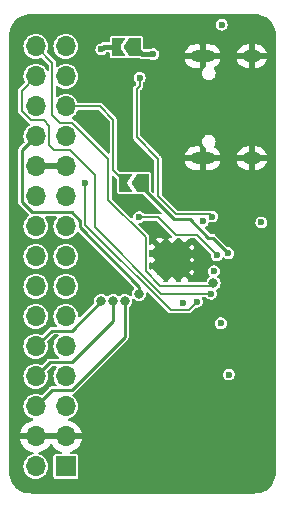
<source format=gbr>
%TF.GenerationSoftware,KiCad,Pcbnew,6.0.1-79c1e3a40b~116~ubuntu20.04.1*%
%TF.CreationDate,2022-02-18T15:29:32+02:00*%
%TF.ProjectId,colorlight-usb-phy-pmod,636f6c6f-726c-4696-9768-742d7573622d,rev?*%
%TF.SameCoordinates,Original*%
%TF.FileFunction,Copper,L4,Bot*%
%TF.FilePolarity,Positive*%
%FSLAX46Y46*%
G04 Gerber Fmt 4.6, Leading zero omitted, Abs format (unit mm)*
G04 Created by KiCad (PCBNEW 6.0.1-79c1e3a40b~116~ubuntu20.04.1) date 2022-02-18 15:29:32*
%MOMM*%
%LPD*%
G01*
G04 APERTURE LIST*
G04 Aperture macros list*
%AMFreePoly0*
4,1,6,1.000000,0.000000,0.500000,-0.750000,-0.500000,-0.750000,-0.500000,0.750000,0.500000,0.750000,1.000000,0.000000,1.000000,0.000000,$1*%
%AMFreePoly1*
4,1,6,0.500000,-0.750000,-0.650000,-0.750000,-0.150000,0.000000,-0.650000,0.750000,0.500000,0.750000,0.500000,-0.750000,0.500000,-0.750000,$1*%
G04 Aperture macros list end*
%TA.AperFunction,ComponentPad*%
%ADD10C,0.500000*%
%TD*%
%TA.AperFunction,SMDPad,CuDef*%
%ADD11R,2.600000X2.600000*%
%TD*%
%TA.AperFunction,ComponentPad*%
%ADD12O,2.100000X1.000000*%
%TD*%
%TA.AperFunction,ComponentPad*%
%ADD13O,1.600000X1.000000*%
%TD*%
%TA.AperFunction,ComponentPad*%
%ADD14R,1.700000X1.700000*%
%TD*%
%TA.AperFunction,ComponentPad*%
%ADD15O,1.700000X1.700000*%
%TD*%
%TA.AperFunction,SMDPad,CuDef*%
%ADD16FreePoly0,180.000000*%
%TD*%
%TA.AperFunction,SMDPad,CuDef*%
%ADD17FreePoly1,180.000000*%
%TD*%
%TA.AperFunction,ViaPad*%
%ADD18C,0.600000*%
%TD*%
%TA.AperFunction,ViaPad*%
%ADD19C,0.800000*%
%TD*%
%TA.AperFunction,Conductor*%
%ADD20C,0.200000*%
%TD*%
%TA.AperFunction,Conductor*%
%ADD21C,0.250000*%
%TD*%
%TA.AperFunction,Conductor*%
%ADD22C,0.400000*%
%TD*%
G04 APERTURE END LIST*
D10*
%TO.P,U1,25,GND*%
%TO.N,GND*%
X50950000Y-105000000D03*
X52000000Y-103950000D03*
X52000000Y-106050000D03*
X53050000Y-105000000D03*
D11*
X52000000Y-105000000D03*
D10*
X53050000Y-103950000D03*
X53050000Y-106050000D03*
X50950000Y-103950000D03*
X50950000Y-106050000D03*
X52000000Y-105000000D03*
%TD*%
D12*
%TO.P,P1,S1,SHIELD*%
%TO.N,GND*%
X54570000Y-87780000D03*
D13*
X58750000Y-87780000D03*
D12*
X54570000Y-96420000D03*
D13*
X58750000Y-96420000D03*
%TD*%
D14*
%TO.P,J1,1,Pin_1*%
%TO.N,+3V3*%
X43000000Y-122500000D03*
D15*
%TO.P,J1,2,Pin_2*%
X40460000Y-122500000D03*
%TO.P,J1,3,Pin_3*%
%TO.N,GND*%
X43000000Y-119960000D03*
%TO.P,J1,4,Pin_4*%
X40460000Y-119960000D03*
%TO.P,J1,5,Pin_5*%
%TO.N,/D0*%
X43000000Y-117420000D03*
%TO.P,J1,6,Pin_6*%
%TO.N,/D4*%
X40460000Y-117420000D03*
%TO.P,J1,7,Pin_7*%
%TO.N,/D1*%
X43000000Y-114880000D03*
%TO.P,J1,8,Pin_8*%
%TO.N,/D5*%
X40460000Y-114880000D03*
%TO.P,J1,9,Pin_9*%
%TO.N,/D2*%
X43000000Y-112340000D03*
%TO.P,J1,10,Pin_10*%
%TO.N,/D6*%
X40460000Y-112340000D03*
%TO.P,J1,11,Pin_11*%
%TO.N,/D3*%
X43000000Y-109800000D03*
%TO.P,J1,12,Pin_12*%
%TO.N,/D7*%
X40460000Y-109800000D03*
%TO.P,J1,13,Pin_13*%
%TO.N,unconnected-(J1-Pad13)*%
X43000000Y-107260000D03*
%TO.P,J1,14,Pin_14*%
%TO.N,unconnected-(J1-Pad14)*%
X40460000Y-107260000D03*
%TO.P,J1,15,Pin_15*%
%TO.N,+5V*%
X43000000Y-104720000D03*
%TO.P,J1,16,Pin_16*%
%TO.N,unconnected-(J1-Pad16)*%
X40460000Y-104720000D03*
%TO.P,J1,17,Pin_17*%
%TO.N,unconnected-(J1-Pad17)*%
X43000000Y-102180000D03*
%TO.P,J1,18,Pin_18*%
%TO.N,unconnected-(J1-Pad18)*%
X40460000Y-102180000D03*
%TO.P,J1,19,Pin_19*%
%TO.N,+3V3*%
X43000000Y-99640000D03*
%TO.P,J1,20,Pin_20*%
X40460000Y-99640000D03*
%TO.P,J1,21,Pin_21*%
%TO.N,GND*%
X43000000Y-97100000D03*
%TO.P,J1,22,Pin_22*%
X40460000Y-97100000D03*
%TO.P,J1,23,Pin_23*%
%TO.N,/RST*%
X43000000Y-94560000D03*
%TO.P,J1,24,Pin_24*%
%TO.N,/CLKOUT*%
X40460000Y-94560000D03*
%TO.P,J1,25,Pin_25*%
%TO.N,/REFCLK*%
X43000000Y-92020000D03*
%TO.P,J1,26,Pin_26*%
%TO.N,/NXT*%
X40460000Y-92020000D03*
%TO.P,J1,27,Pin_27*%
%TO.N,unconnected-(J1-Pad27)*%
X43000000Y-89480000D03*
%TO.P,J1,28,Pin_28*%
%TO.N,/DIR*%
X40460000Y-89480000D03*
%TO.P,J1,29,Pin_29*%
%TO.N,/USR_LED*%
X43000000Y-86940000D03*
%TO.P,J1,30,Pin_30*%
%TO.N,/STP*%
X40460000Y-86940000D03*
%TD*%
D16*
%TO.P,JP1,1,A*%
%TO.N,Net-(JP1-Pad1)*%
X49500000Y-98500000D03*
D17*
%TO.P,JP1,2,B*%
%TO.N,/REFCLK*%
X48050000Y-98500000D03*
%TD*%
D16*
%TO.P,JP2,1,A*%
%TO.N,VBUS*%
X48850000Y-87000000D03*
D17*
%TO.P,JP2,2,B*%
%TO.N,+5V*%
X47400000Y-87000000D03*
%TD*%
D18*
%TO.N,GND*%
X54200000Y-109750000D03*
X55100000Y-108875000D03*
X57975000Y-106975000D03*
%TO.N,+3V3*%
X56120000Y-110375000D03*
%TO.N,+1V8*%
X55539459Y-105968020D03*
X56795000Y-114725000D03*
%TO.N,GND*%
X54270000Y-115375000D03*
X54895000Y-110350000D03*
%TO.N,+3V3*%
X54600000Y-101750000D03*
X52900000Y-108650000D03*
X56200000Y-85100000D03*
X59550000Y-101850000D03*
%TO.N,/RST*%
X49200000Y-101400000D03*
X55789749Y-104624500D03*
D19*
%TO.N,/STP*%
X55500000Y-107000000D03*
D18*
%TO.N,/DIR*%
X55293979Y-107875591D03*
%TO.N,/NXT*%
X54100000Y-108550000D03*
X44650000Y-98500000D03*
D19*
%TO.N,/CLKOUT*%
X49200000Y-107900000D03*
%TO.N,/D4*%
X48000000Y-108500000D03*
%TO.N,/D5*%
X47000000Y-108500000D03*
%TO.N,/D6*%
X46000000Y-108500000D03*
D18*
%TO.N,GND*%
X57150000Y-102450000D03*
X47700000Y-96500000D03*
X45000000Y-105000000D03*
X52450000Y-88700000D03*
X50700000Y-95200000D03*
X57300000Y-99000000D03*
X49750000Y-93750000D03*
X58300000Y-113200000D03*
X47700000Y-91100000D03*
X52400000Y-95450000D03*
X51900000Y-99900000D03*
X49700000Y-90750000D03*
X53900000Y-99900000D03*
X46000000Y-93000000D03*
X52050000Y-113025000D03*
X47200000Y-88900000D03*
X56400000Y-102350000D03*
X52900000Y-99850000D03*
X56950000Y-101750000D03*
X46100000Y-119100000D03*
X48600000Y-100200000D03*
X56800000Y-105700000D03*
X51500000Y-87400000D03*
X51760000Y-91580000D03*
X52000000Y-98100000D03*
%TO.N,Net-(JP1-Pad1)*%
X56750000Y-104450000D03*
%TO.N,VBUS*%
X50400000Y-87600000D03*
%TO.N,Net-(R2-Pad1)*%
X49250000Y-89600000D03*
X55400000Y-101350000D03*
%TO.N,+5V*%
X46000000Y-87200000D03*
%TD*%
D20*
%TO.N,/RST*%
X50800000Y-101400000D02*
X52300000Y-102900000D01*
X54065249Y-102900000D02*
X55789749Y-104624500D01*
X49200000Y-101400000D02*
X50800000Y-101400000D01*
X52300000Y-102900000D02*
X54065249Y-102900000D01*
%TO.N,/REFCLK*%
X45870000Y-92020000D02*
X43000000Y-92020000D01*
X47000000Y-97450000D02*
X47000000Y-93150000D01*
X48050000Y-98500000D02*
X47000000Y-97450000D01*
X47000000Y-93150000D02*
X45870000Y-92020000D01*
%TO.N,/STP*%
X40460000Y-86940000D02*
X41850489Y-88330489D01*
X49750000Y-103100000D02*
X49750000Y-106000000D01*
X50950000Y-107200000D02*
X55300000Y-107200000D01*
X42523856Y-93410489D02*
X43510489Y-93410489D01*
X55300000Y-107200000D02*
X55500000Y-107000000D01*
X41850489Y-88330489D02*
X41850489Y-92737122D01*
X46600480Y-99950480D02*
X49750000Y-103100000D01*
X43510489Y-93410489D02*
X46600480Y-96500480D01*
X49750000Y-106000000D02*
X50950000Y-107200000D01*
X41850489Y-92737122D02*
X42523856Y-93410489D01*
X46600480Y-96500480D02*
X46600480Y-99950480D01*
%TO.N,/DIR*%
X45450000Y-102265006D02*
X45450000Y-97800000D01*
X41609511Y-93659511D02*
X41150000Y-93200000D01*
X45450000Y-97800000D02*
X43359511Y-95709511D01*
X41150000Y-93200000D02*
X40014345Y-93200000D01*
X39250000Y-90690000D02*
X40460000Y-89480000D01*
X51060585Y-107875591D02*
X45450000Y-102265006D01*
X43359511Y-95709511D02*
X42009511Y-95709511D01*
X42009511Y-95709511D02*
X41609511Y-95309511D01*
X39250000Y-92435655D02*
X39250000Y-90690000D01*
X41609511Y-95309511D02*
X41609511Y-93659511D01*
X40014345Y-93200000D02*
X39250000Y-92435655D01*
X55293979Y-107875591D02*
X51060585Y-107875591D01*
%TO.N,/NXT*%
X54100000Y-108550000D02*
X53400489Y-109249511D01*
X51869499Y-109249511D02*
X44650000Y-102030012D01*
X44650000Y-102030012D02*
X44650000Y-99900000D01*
X53400489Y-109249511D02*
X51869499Y-109249511D01*
X44650000Y-99900000D02*
X44650000Y-98500000D01*
D21*
%TO.N,/CLKOUT*%
X44174511Y-102274511D02*
X44174511Y-101693501D01*
X39285489Y-100126499D02*
X39285489Y-95734511D01*
X49200000Y-107300000D02*
X44174511Y-102274511D01*
X43481010Y-101000000D02*
X40158990Y-101000000D01*
X40158990Y-101000000D02*
X39285489Y-100126499D01*
X39285489Y-95734511D02*
X40460000Y-94560000D01*
X44174511Y-101693501D02*
X43481010Y-101000000D01*
X49200000Y-107900000D02*
X49200000Y-107300000D01*
%TO.N,/D4*%
X48000000Y-111541010D02*
X43486499Y-116054511D01*
X48000000Y-108500000D02*
X48000000Y-111541010D01*
X41825489Y-116054511D02*
X40460000Y-117420000D01*
X43486499Y-116054511D02*
X41825489Y-116054511D01*
%TO.N,/D5*%
X47000000Y-108500000D02*
X47000000Y-110191988D01*
X47000000Y-110191988D02*
X43486499Y-113705489D01*
X43486499Y-113705489D02*
X41634511Y-113705489D01*
X41634511Y-113705489D02*
X40460000Y-114880000D01*
%TO.N,/D6*%
X41800000Y-111000000D02*
X40460000Y-112340000D01*
X46000000Y-108500000D02*
X43500000Y-111000000D01*
X43500000Y-111000000D02*
X41800000Y-111000000D01*
%TO.N,Net-(JP1-Pad1)*%
X56750000Y-104450000D02*
X55424511Y-103124511D01*
X53525009Y-101575009D02*
X52126808Y-101575008D01*
X55424511Y-103124511D02*
X55074511Y-103124511D01*
X52126808Y-101575008D02*
X49500000Y-98948200D01*
X55074511Y-103124511D02*
X53525009Y-101575009D01*
X49500000Y-98948200D02*
X49500000Y-98500000D01*
D22*
%TO.N,VBUS*%
X49450000Y-87600000D02*
X48850000Y-87000000D01*
X50400000Y-87600000D02*
X49450000Y-87600000D01*
D20*
%TO.N,Net-(R2-Pad1)*%
X55400000Y-101350000D02*
X55200489Y-101150489D01*
X50800000Y-96450000D02*
X49000000Y-94650000D01*
X49000000Y-90550000D02*
X49250000Y-90300000D01*
X50800000Y-99647838D02*
X50800000Y-96450000D01*
X55200489Y-101150489D02*
X52302651Y-101150489D01*
X49250000Y-90300000D02*
X49250000Y-89600000D01*
X52302651Y-101150489D02*
X50800000Y-99647838D01*
X49000000Y-94650000D02*
X49000000Y-90550000D01*
D22*
%TO.N,+5V*%
X47400000Y-87000000D02*
X46200000Y-87000000D01*
X46200000Y-87000000D02*
X46000000Y-87200000D01*
%TD*%
%TA.AperFunction,Conductor*%
%TO.N,GND*%
G36*
X58988227Y-84202518D02*
G01*
X58999642Y-84205143D01*
X59010517Y-84202682D01*
X59021664Y-84202702D01*
X59021664Y-84202863D01*
X59031669Y-84202076D01*
X59103759Y-84206801D01*
X59228475Y-84214975D01*
X59241302Y-84216663D01*
X59459516Y-84260068D01*
X59472016Y-84263418D01*
X59682691Y-84334933D01*
X59694653Y-84339889D01*
X59776954Y-84380475D01*
X59894180Y-84438284D01*
X59905386Y-84444753D01*
X60090385Y-84568365D01*
X60100639Y-84576233D01*
X60264819Y-84720216D01*
X60267914Y-84722930D01*
X60277069Y-84732085D01*
X60423767Y-84899361D01*
X60431635Y-84909615D01*
X60555247Y-85094614D01*
X60561716Y-85105820D01*
X60660111Y-85305346D01*
X60665067Y-85317308D01*
X60720585Y-85480857D01*
X60736581Y-85527980D01*
X60739932Y-85540484D01*
X60752123Y-85601770D01*
X60783336Y-85758691D01*
X60785025Y-85771523D01*
X60797891Y-85967816D01*
X60797101Y-85977628D01*
X60797375Y-85977628D01*
X60797355Y-85988778D01*
X60794857Y-85999642D01*
X60797317Y-86010514D01*
X60797317Y-86010516D01*
X60797559Y-86011583D01*
X60800000Y-86033432D01*
X60800000Y-122966040D01*
X60797482Y-122988227D01*
X60794857Y-122999642D01*
X60797318Y-123010517D01*
X60797298Y-123021664D01*
X60797137Y-123021664D01*
X60797924Y-123031669D01*
X60785026Y-123228469D01*
X60783337Y-123241302D01*
X60746155Y-123428231D01*
X60739933Y-123459511D01*
X60736582Y-123472016D01*
X60665067Y-123682691D01*
X60660111Y-123694654D01*
X60561716Y-123894180D01*
X60555247Y-123905386D01*
X60431635Y-124090385D01*
X60423767Y-124100639D01*
X60291003Y-124252027D01*
X60277070Y-124267914D01*
X60267915Y-124277069D01*
X60100639Y-124423767D01*
X60090385Y-124431635D01*
X59905386Y-124555247D01*
X59894180Y-124561716D01*
X59715697Y-124649734D01*
X59694654Y-124660111D01*
X59682692Y-124665067D01*
X59472016Y-124736582D01*
X59459516Y-124739932D01*
X59241302Y-124783337D01*
X59228477Y-124785025D01*
X59032181Y-124797891D01*
X59022372Y-124797101D01*
X59022372Y-124797375D01*
X59011222Y-124797355D01*
X59000358Y-124794857D01*
X58989486Y-124797317D01*
X58989484Y-124797317D01*
X58988417Y-124797559D01*
X58966568Y-124800000D01*
X40033960Y-124800000D01*
X40011773Y-124797482D01*
X40000358Y-124794857D01*
X39989483Y-124797318D01*
X39978336Y-124797298D01*
X39978336Y-124797137D01*
X39968331Y-124797924D01*
X39896241Y-124793199D01*
X39771525Y-124785025D01*
X39758698Y-124783337D01*
X39540484Y-124739932D01*
X39527984Y-124736582D01*
X39317308Y-124665067D01*
X39305346Y-124660111D01*
X39284304Y-124649734D01*
X39105820Y-124561716D01*
X39094614Y-124555247D01*
X38909615Y-124431635D01*
X38899361Y-124423767D01*
X38732085Y-124277069D01*
X38722930Y-124267914D01*
X38708997Y-124252027D01*
X38576233Y-124100639D01*
X38568365Y-124090385D01*
X38444753Y-123905386D01*
X38438284Y-123894180D01*
X38339889Y-123694654D01*
X38334933Y-123682691D01*
X38263418Y-123472016D01*
X38260067Y-123459511D01*
X38253845Y-123428231D01*
X38216663Y-123241302D01*
X38214974Y-123228470D01*
X38207350Y-123112138D01*
X38202109Y-123032181D01*
X38202899Y-123022372D01*
X38202625Y-123022372D01*
X38202645Y-123011222D01*
X38205143Y-123000358D01*
X38202683Y-122989486D01*
X38202683Y-122989484D01*
X38202441Y-122988417D01*
X38200000Y-122966568D01*
X38200000Y-120227014D01*
X39128043Y-120227014D01*
X39158807Y-120363524D01*
X39161231Y-120371258D01*
X39242183Y-120570620D01*
X39245840Y-120577860D01*
X39358266Y-120761322D01*
X39363056Y-120767867D01*
X39503935Y-120930502D01*
X39509729Y-120936176D01*
X39675292Y-121073629D01*
X39681921Y-121078270D01*
X39867713Y-121186838D01*
X39875008Y-121190334D01*
X40076038Y-121267099D01*
X40083808Y-121269357D01*
X40187991Y-121290553D01*
X40241244Y-121320682D01*
X40266618Y-121376359D01*
X40254419Y-121436316D01*
X40209309Y-121477652D01*
X40196206Y-121482538D01*
X40064572Y-121521280D01*
X40060288Y-121523519D01*
X40060287Y-121523520D01*
X40049428Y-121529197D01*
X39882002Y-121616726D01*
X39878231Y-121619758D01*
X39725220Y-121742781D01*
X39725217Y-121742783D01*
X39721447Y-121745815D01*
X39718333Y-121749526D01*
X39718332Y-121749527D01*
X39709585Y-121759952D01*
X39589024Y-121903630D01*
X39586689Y-121907878D01*
X39586688Y-121907879D01*
X39579955Y-121920126D01*
X39489776Y-122084162D01*
X39427484Y-122280532D01*
X39426944Y-122285344D01*
X39426944Y-122285345D01*
X39425865Y-122294970D01*
X39404520Y-122485262D01*
X39421759Y-122690553D01*
X39478544Y-122888586D01*
X39572712Y-123071818D01*
X39700677Y-123233270D01*
X39704357Y-123236402D01*
X39704359Y-123236404D01*
X39817017Y-123332283D01*
X39857564Y-123366791D01*
X39861787Y-123369151D01*
X39861791Y-123369154D01*
X39901342Y-123391258D01*
X40037398Y-123467297D01*
X40041996Y-123468791D01*
X40228724Y-123529463D01*
X40228726Y-123529464D01*
X40233329Y-123530959D01*
X40437894Y-123555351D01*
X40442716Y-123554980D01*
X40442719Y-123554980D01*
X40513259Y-123549552D01*
X40643300Y-123539546D01*
X40841725Y-123484145D01*
X40846038Y-123481966D01*
X40846044Y-123481964D01*
X41021289Y-123393441D01*
X41021291Y-123393440D01*
X41025610Y-123391258D01*
X41060943Y-123363653D01*
X41184135Y-123267406D01*
X41184139Y-123267402D01*
X41187951Y-123264424D01*
X41207904Y-123241309D01*
X41247313Y-123195651D01*
X41322564Y-123108472D01*
X41341231Y-123075613D01*
X41421934Y-122933550D01*
X41421935Y-122933547D01*
X41424323Y-122929344D01*
X41437882Y-122888586D01*
X41487824Y-122738454D01*
X41487824Y-122738452D01*
X41489351Y-122733863D01*
X41515171Y-122529474D01*
X41515583Y-122500000D01*
X41495480Y-122294970D01*
X41435935Y-122097749D01*
X41339218Y-121915849D01*
X41209011Y-121756200D01*
X41062639Y-121635110D01*
X41054002Y-121627965D01*
X41054000Y-121627964D01*
X41050275Y-121624882D01*
X40869055Y-121526897D01*
X40815038Y-121510176D01*
X40732061Y-121484490D01*
X40682063Y-121449220D01*
X40662346Y-121391299D01*
X40680439Y-121332850D01*
X40729432Y-121296199D01*
X40740752Y-121293081D01*
X40747202Y-121291710D01*
X40953304Y-121229876D01*
X40960852Y-121226918D01*
X41154087Y-121132253D01*
X41161046Y-121128104D01*
X41336231Y-121003148D01*
X41342412Y-120997924D01*
X41494831Y-120846035D01*
X41500088Y-120839858D01*
X41625651Y-120665119D01*
X41629823Y-120658176D01*
X41641990Y-120633557D01*
X41684723Y-120589767D01*
X41745033Y-120579458D01*
X41799885Y-120606568D01*
X41815153Y-120625694D01*
X41898266Y-120761322D01*
X41903056Y-120767867D01*
X42043935Y-120930502D01*
X42049729Y-120936176D01*
X42215292Y-121073629D01*
X42221921Y-121078270D01*
X42407713Y-121186838D01*
X42415008Y-121190334D01*
X42592246Y-121258014D01*
X42639863Y-121296436D01*
X42655802Y-121355509D01*
X42633975Y-121412668D01*
X42582719Y-121446082D01*
X42556929Y-121449500D01*
X42130252Y-121449500D01*
X42104005Y-121454721D01*
X42081334Y-121459230D01*
X42081332Y-121459231D01*
X42071769Y-121461133D01*
X42005448Y-121505448D01*
X41961133Y-121571769D01*
X41949500Y-121630252D01*
X41949500Y-123369748D01*
X41961133Y-123428231D01*
X42005448Y-123494552D01*
X42071769Y-123538867D01*
X42081332Y-123540769D01*
X42081334Y-123540770D01*
X42104005Y-123545279D01*
X42130252Y-123550500D01*
X43869748Y-123550500D01*
X43895995Y-123545279D01*
X43918666Y-123540770D01*
X43918668Y-123540769D01*
X43928231Y-123538867D01*
X43994552Y-123494552D01*
X44038867Y-123428231D01*
X44050500Y-123369748D01*
X44050500Y-121630252D01*
X44038867Y-121571769D01*
X43994552Y-121505448D01*
X43928231Y-121461133D01*
X43918668Y-121459231D01*
X43918666Y-121459230D01*
X43895995Y-121454721D01*
X43869748Y-121449500D01*
X43435758Y-121449500D01*
X43377567Y-121430593D01*
X43341603Y-121381093D01*
X43341603Y-121319907D01*
X43377567Y-121270407D01*
X43407309Y-121255676D01*
X43493304Y-121229876D01*
X43500852Y-121226918D01*
X43694087Y-121132253D01*
X43701046Y-121128104D01*
X43876231Y-121003148D01*
X43882412Y-120997924D01*
X44034831Y-120846035D01*
X44040088Y-120839858D01*
X44165651Y-120665119D01*
X44169823Y-120658176D01*
X44265164Y-120465268D01*
X44268144Y-120457744D01*
X44330701Y-120251843D01*
X44332410Y-120243938D01*
X44334304Y-120229547D01*
X44331873Y-120216431D01*
X44330571Y-120215195D01*
X44325290Y-120214000D01*
X39140790Y-120214000D01*
X39128460Y-120218006D01*
X39128043Y-120227014D01*
X38200000Y-120227014D01*
X38200000Y-109785262D01*
X39404520Y-109785262D01*
X39411949Y-109873735D01*
X39415820Y-109919823D01*
X39421759Y-109990553D01*
X39423092Y-109995201D01*
X39423092Y-109995202D01*
X39475443Y-110177770D01*
X39478544Y-110188586D01*
X39572712Y-110371818D01*
X39700677Y-110533270D01*
X39704357Y-110536402D01*
X39704359Y-110536404D01*
X39814671Y-110630286D01*
X39857564Y-110666791D01*
X39861787Y-110669151D01*
X39861791Y-110669154D01*
X39957671Y-110722739D01*
X40037398Y-110767297D01*
X40041996Y-110768791D01*
X40228724Y-110829463D01*
X40228726Y-110829464D01*
X40233329Y-110830959D01*
X40437894Y-110855351D01*
X40442716Y-110854980D01*
X40442719Y-110854980D01*
X40510541Y-110849761D01*
X40643300Y-110839546D01*
X40841725Y-110784145D01*
X40846038Y-110781966D01*
X40846044Y-110781964D01*
X41021289Y-110693441D01*
X41021291Y-110693440D01*
X41025610Y-110691258D01*
X41037571Y-110681913D01*
X41184135Y-110567406D01*
X41184139Y-110567402D01*
X41187951Y-110564424D01*
X41218759Y-110528733D01*
X41302081Y-110432202D01*
X41322564Y-110408472D01*
X41334561Y-110387354D01*
X41421934Y-110233550D01*
X41421935Y-110233547D01*
X41424323Y-110229344D01*
X41427174Y-110220776D01*
X41487824Y-110038454D01*
X41487824Y-110038452D01*
X41489351Y-110033863D01*
X41493717Y-109999307D01*
X41514823Y-109832228D01*
X41515171Y-109829474D01*
X41515583Y-109800000D01*
X41495480Y-109594970D01*
X41481604Y-109549009D01*
X41456357Y-109465391D01*
X41435935Y-109397749D01*
X41339218Y-109215849D01*
X41209011Y-109056200D01*
X41203009Y-109051235D01*
X41054002Y-108927965D01*
X41054000Y-108927964D01*
X41050275Y-108924882D01*
X40938123Y-108864242D01*
X40873309Y-108829197D01*
X40873308Y-108829197D01*
X40869055Y-108826897D01*
X40771976Y-108796846D01*
X40676875Y-108767407D01*
X40676871Y-108767406D01*
X40672254Y-108765977D01*
X40667446Y-108765472D01*
X40667443Y-108765471D01*
X40472185Y-108744949D01*
X40472183Y-108744949D01*
X40467369Y-108744443D01*
X40407354Y-108749905D01*
X40267022Y-108762675D01*
X40267017Y-108762676D01*
X40262203Y-108763114D01*
X40064572Y-108821280D01*
X40060288Y-108823519D01*
X40060287Y-108823520D01*
X40049428Y-108829197D01*
X39882002Y-108916726D01*
X39878231Y-108919758D01*
X39725220Y-109042781D01*
X39725217Y-109042783D01*
X39721447Y-109045815D01*
X39718333Y-109049526D01*
X39718332Y-109049527D01*
X39679743Y-109095516D01*
X39589024Y-109203630D01*
X39586689Y-109207878D01*
X39586688Y-109207879D01*
X39579955Y-109220126D01*
X39489776Y-109384162D01*
X39488313Y-109388775D01*
X39488311Y-109388779D01*
X39437205Y-109549887D01*
X39427484Y-109580532D01*
X39426944Y-109585344D01*
X39426944Y-109585345D01*
X39407442Y-109759214D01*
X39404520Y-109785262D01*
X38200000Y-109785262D01*
X38200000Y-107245262D01*
X39404520Y-107245262D01*
X39411676Y-107330484D01*
X39416914Y-107392851D01*
X39421759Y-107450553D01*
X39423092Y-107455201D01*
X39423092Y-107455202D01*
X39465517Y-107603154D01*
X39478544Y-107648586D01*
X39572712Y-107831818D01*
X39700677Y-107993270D01*
X39704357Y-107996402D01*
X39704359Y-107996404D01*
X39743040Y-108029324D01*
X39857564Y-108126791D01*
X39861787Y-108129151D01*
X39861791Y-108129154D01*
X39959557Y-108183793D01*
X40037398Y-108227297D01*
X40041996Y-108228791D01*
X40228724Y-108289463D01*
X40228726Y-108289464D01*
X40233329Y-108290959D01*
X40437894Y-108315351D01*
X40442716Y-108314980D01*
X40442719Y-108314980D01*
X40510541Y-108309761D01*
X40643300Y-108299546D01*
X40841725Y-108244145D01*
X40846038Y-108241966D01*
X40846044Y-108241964D01*
X41021289Y-108153441D01*
X41021291Y-108153440D01*
X41025610Y-108151258D01*
X41075307Y-108112431D01*
X41184135Y-108027406D01*
X41184139Y-108027402D01*
X41187951Y-108024424D01*
X41226802Y-107979415D01*
X41282440Y-107914956D01*
X41322564Y-107868472D01*
X41341231Y-107835613D01*
X41421934Y-107693550D01*
X41421935Y-107693547D01*
X41424323Y-107689344D01*
X41437882Y-107648586D01*
X41487824Y-107498454D01*
X41487824Y-107498452D01*
X41489351Y-107493863D01*
X41491499Y-107476865D01*
X41514823Y-107292228D01*
X41515171Y-107289474D01*
X41515583Y-107260000D01*
X41514138Y-107245262D01*
X41944520Y-107245262D01*
X41951676Y-107330484D01*
X41956914Y-107392851D01*
X41961759Y-107450553D01*
X41963092Y-107455201D01*
X41963092Y-107455202D01*
X42005517Y-107603154D01*
X42018544Y-107648586D01*
X42112712Y-107831818D01*
X42240677Y-107993270D01*
X42244357Y-107996402D01*
X42244359Y-107996404D01*
X42283040Y-108029324D01*
X42397564Y-108126791D01*
X42401787Y-108129151D01*
X42401791Y-108129154D01*
X42499557Y-108183793D01*
X42577398Y-108227297D01*
X42581996Y-108228791D01*
X42768724Y-108289463D01*
X42768726Y-108289464D01*
X42773329Y-108290959D01*
X42977894Y-108315351D01*
X42982716Y-108314980D01*
X42982719Y-108314980D01*
X43050541Y-108309761D01*
X43183300Y-108299546D01*
X43381725Y-108244145D01*
X43386038Y-108241966D01*
X43386044Y-108241964D01*
X43561289Y-108153441D01*
X43561291Y-108153440D01*
X43565610Y-108151258D01*
X43615307Y-108112431D01*
X43724135Y-108027406D01*
X43724139Y-108027402D01*
X43727951Y-108024424D01*
X43766802Y-107979415D01*
X43822440Y-107914956D01*
X43862564Y-107868472D01*
X43881231Y-107835613D01*
X43961934Y-107693550D01*
X43961935Y-107693547D01*
X43964323Y-107689344D01*
X43977882Y-107648586D01*
X44027824Y-107498454D01*
X44027824Y-107498452D01*
X44029351Y-107493863D01*
X44031499Y-107476865D01*
X44054823Y-107292228D01*
X44055171Y-107289474D01*
X44055583Y-107260000D01*
X44035480Y-107054970D01*
X44018884Y-107000000D01*
X43977333Y-106862380D01*
X43975935Y-106857749D01*
X43879218Y-106675849D01*
X43749011Y-106516200D01*
X43732790Y-106502781D01*
X43594002Y-106387965D01*
X43594000Y-106387964D01*
X43590275Y-106384882D01*
X43409055Y-106286897D01*
X43345855Y-106267333D01*
X43216875Y-106227407D01*
X43216871Y-106227406D01*
X43212254Y-106225977D01*
X43207446Y-106225472D01*
X43207443Y-106225471D01*
X43012185Y-106204949D01*
X43012183Y-106204949D01*
X43007369Y-106204443D01*
X42947354Y-106209905D01*
X42807022Y-106222675D01*
X42807017Y-106222676D01*
X42802203Y-106223114D01*
X42604572Y-106281280D01*
X42600288Y-106283519D01*
X42600287Y-106283520D01*
X42589428Y-106289197D01*
X42422002Y-106376726D01*
X42418231Y-106379758D01*
X42265220Y-106502781D01*
X42265217Y-106502783D01*
X42261447Y-106505815D01*
X42258333Y-106509526D01*
X42258332Y-106509527D01*
X42201824Y-106576871D01*
X42129024Y-106663630D01*
X42126689Y-106667878D01*
X42126688Y-106667879D01*
X42119955Y-106680126D01*
X42029776Y-106844162D01*
X42028313Y-106848775D01*
X42028311Y-106848779D01*
X42012222Y-106899500D01*
X41967484Y-107040532D01*
X41966944Y-107045344D01*
X41966944Y-107045345D01*
X41955169Y-107150326D01*
X41944520Y-107245262D01*
X41514138Y-107245262D01*
X41495480Y-107054970D01*
X41478884Y-107000000D01*
X41437333Y-106862380D01*
X41435935Y-106857749D01*
X41339218Y-106675849D01*
X41209011Y-106516200D01*
X41192790Y-106502781D01*
X41054002Y-106387965D01*
X41054000Y-106387964D01*
X41050275Y-106384882D01*
X40869055Y-106286897D01*
X40805855Y-106267333D01*
X40676875Y-106227407D01*
X40676871Y-106227406D01*
X40672254Y-106225977D01*
X40667446Y-106225472D01*
X40667443Y-106225471D01*
X40472185Y-106204949D01*
X40472183Y-106204949D01*
X40467369Y-106204443D01*
X40407354Y-106209905D01*
X40267022Y-106222675D01*
X40267017Y-106222676D01*
X40262203Y-106223114D01*
X40064572Y-106281280D01*
X40060288Y-106283519D01*
X40060287Y-106283520D01*
X40049428Y-106289197D01*
X39882002Y-106376726D01*
X39878231Y-106379758D01*
X39725220Y-106502781D01*
X39725217Y-106502783D01*
X39721447Y-106505815D01*
X39718333Y-106509526D01*
X39718332Y-106509527D01*
X39661824Y-106576871D01*
X39589024Y-106663630D01*
X39586689Y-106667878D01*
X39586688Y-106667879D01*
X39579955Y-106680126D01*
X39489776Y-106844162D01*
X39488313Y-106848775D01*
X39488311Y-106848779D01*
X39472222Y-106899500D01*
X39427484Y-107040532D01*
X39426944Y-107045344D01*
X39426944Y-107045345D01*
X39415169Y-107150326D01*
X39404520Y-107245262D01*
X38200000Y-107245262D01*
X38200000Y-104705262D01*
X39404520Y-104705262D01*
X39406829Y-104732754D01*
X39415363Y-104834381D01*
X39421759Y-104910553D01*
X39423092Y-104915201D01*
X39423092Y-104915202D01*
X39472802Y-105088560D01*
X39478544Y-105108586D01*
X39572712Y-105291818D01*
X39700677Y-105453270D01*
X39704357Y-105456402D01*
X39704359Y-105456404D01*
X39797986Y-105536086D01*
X39857564Y-105586791D01*
X39861787Y-105589151D01*
X39861791Y-105589154D01*
X39901342Y-105611258D01*
X40037398Y-105687297D01*
X40041996Y-105688791D01*
X40228724Y-105749463D01*
X40228726Y-105749464D01*
X40233329Y-105750959D01*
X40437894Y-105775351D01*
X40442716Y-105774980D01*
X40442719Y-105774980D01*
X40510541Y-105769761D01*
X40643300Y-105759546D01*
X40841725Y-105704145D01*
X40846038Y-105701966D01*
X40846044Y-105701964D01*
X41021289Y-105613441D01*
X41021291Y-105613440D01*
X41025610Y-105611258D01*
X41061843Y-105582950D01*
X41184135Y-105487406D01*
X41184139Y-105487402D01*
X41187951Y-105484424D01*
X41200446Y-105469949D01*
X41247313Y-105415651D01*
X41322564Y-105328472D01*
X41326254Y-105321977D01*
X41421934Y-105153550D01*
X41421935Y-105153547D01*
X41424323Y-105149344D01*
X41437882Y-105108586D01*
X41487824Y-104958454D01*
X41487824Y-104958452D01*
X41489351Y-104953863D01*
X41496522Y-104897102D01*
X41514823Y-104752228D01*
X41515171Y-104749474D01*
X41515583Y-104720000D01*
X41514138Y-104705262D01*
X41944520Y-104705262D01*
X41946829Y-104732754D01*
X41955363Y-104834381D01*
X41961759Y-104910553D01*
X41963092Y-104915201D01*
X41963092Y-104915202D01*
X42012802Y-105088560D01*
X42018544Y-105108586D01*
X42112712Y-105291818D01*
X42240677Y-105453270D01*
X42244357Y-105456402D01*
X42244359Y-105456404D01*
X42337986Y-105536086D01*
X42397564Y-105586791D01*
X42401787Y-105589151D01*
X42401791Y-105589154D01*
X42441342Y-105611258D01*
X42577398Y-105687297D01*
X42581996Y-105688791D01*
X42768724Y-105749463D01*
X42768726Y-105749464D01*
X42773329Y-105750959D01*
X42977894Y-105775351D01*
X42982716Y-105774980D01*
X42982719Y-105774980D01*
X43050541Y-105769761D01*
X43183300Y-105759546D01*
X43381725Y-105704145D01*
X43386038Y-105701966D01*
X43386044Y-105701964D01*
X43561289Y-105613441D01*
X43561291Y-105613440D01*
X43565610Y-105611258D01*
X43601843Y-105582950D01*
X43724135Y-105487406D01*
X43724139Y-105487402D01*
X43727951Y-105484424D01*
X43740446Y-105469949D01*
X43787313Y-105415651D01*
X43862564Y-105328472D01*
X43866254Y-105321977D01*
X43961934Y-105153550D01*
X43961935Y-105153547D01*
X43964323Y-105149344D01*
X43977882Y-105108586D01*
X44027824Y-104958454D01*
X44027824Y-104958452D01*
X44029351Y-104953863D01*
X44036522Y-104897102D01*
X44054823Y-104752228D01*
X44055171Y-104749474D01*
X44055583Y-104720000D01*
X44051550Y-104678866D01*
X44035952Y-104519780D01*
X44035951Y-104519776D01*
X44035480Y-104514970D01*
X44026760Y-104486086D01*
X43977333Y-104322380D01*
X43975935Y-104317749D01*
X43879218Y-104135849D01*
X43749011Y-103976200D01*
X43724386Y-103955828D01*
X43594002Y-103847965D01*
X43594000Y-103847964D01*
X43590275Y-103844882D01*
X43409055Y-103746897D01*
X43327156Y-103721545D01*
X43216875Y-103687407D01*
X43216871Y-103687406D01*
X43212254Y-103685977D01*
X43207446Y-103685472D01*
X43207443Y-103685471D01*
X43012185Y-103664949D01*
X43012183Y-103664949D01*
X43007369Y-103664443D01*
X42947354Y-103669905D01*
X42807022Y-103682675D01*
X42807017Y-103682676D01*
X42802203Y-103683114D01*
X42604572Y-103741280D01*
X42600288Y-103743519D01*
X42600287Y-103743520D01*
X42589428Y-103749197D01*
X42422002Y-103836726D01*
X42418231Y-103839758D01*
X42265220Y-103962781D01*
X42265217Y-103962783D01*
X42261447Y-103965815D01*
X42258333Y-103969526D01*
X42258332Y-103969527D01*
X42242023Y-103988964D01*
X42129024Y-104123630D01*
X42126689Y-104127878D01*
X42126688Y-104127879D01*
X42119955Y-104140126D01*
X42029776Y-104304162D01*
X42028313Y-104308775D01*
X42028311Y-104308779D01*
X42026317Y-104315066D01*
X41967484Y-104500532D01*
X41966944Y-104505344D01*
X41966944Y-104505345D01*
X41945836Y-104693532D01*
X41944520Y-104705262D01*
X41514138Y-104705262D01*
X41511550Y-104678866D01*
X41495952Y-104519780D01*
X41495951Y-104519776D01*
X41495480Y-104514970D01*
X41486760Y-104486086D01*
X41437333Y-104322380D01*
X41435935Y-104317749D01*
X41339218Y-104135849D01*
X41209011Y-103976200D01*
X41184386Y-103955828D01*
X41054002Y-103847965D01*
X41054000Y-103847964D01*
X41050275Y-103844882D01*
X40869055Y-103746897D01*
X40787156Y-103721545D01*
X40676875Y-103687407D01*
X40676871Y-103687406D01*
X40672254Y-103685977D01*
X40667446Y-103685472D01*
X40667443Y-103685471D01*
X40472185Y-103664949D01*
X40472183Y-103664949D01*
X40467369Y-103664443D01*
X40407354Y-103669905D01*
X40267022Y-103682675D01*
X40267017Y-103682676D01*
X40262203Y-103683114D01*
X40064572Y-103741280D01*
X40060288Y-103743519D01*
X40060287Y-103743520D01*
X40049428Y-103749197D01*
X39882002Y-103836726D01*
X39878231Y-103839758D01*
X39725220Y-103962781D01*
X39725217Y-103962783D01*
X39721447Y-103965815D01*
X39718333Y-103969526D01*
X39718332Y-103969527D01*
X39702023Y-103988964D01*
X39589024Y-104123630D01*
X39586689Y-104127878D01*
X39586688Y-104127879D01*
X39579955Y-104140126D01*
X39489776Y-104304162D01*
X39488313Y-104308775D01*
X39488311Y-104308779D01*
X39486317Y-104315066D01*
X39427484Y-104500532D01*
X39426944Y-104505344D01*
X39426944Y-104505345D01*
X39405836Y-104693532D01*
X39404520Y-104705262D01*
X38200000Y-104705262D01*
X38200000Y-90675066D01*
X38944660Y-90675066D01*
X38948596Y-90703987D01*
X38949500Y-90717337D01*
X38949500Y-92382147D01*
X38949197Y-92386272D01*
X38947575Y-92390997D01*
X38947918Y-92400131D01*
X38949430Y-92440416D01*
X38949500Y-92444129D01*
X38949500Y-92463603D01*
X38950325Y-92468033D01*
X38950661Y-92473226D01*
X38951774Y-92502863D01*
X38955380Y-92511257D01*
X38955381Y-92511260D01*
X38956317Y-92513438D01*
X38962683Y-92534389D01*
X38964791Y-92545708D01*
X38969588Y-92553490D01*
X38978768Y-92568383D01*
X38985451Y-92581250D01*
X38995964Y-92605718D01*
X38999978Y-92610604D01*
X39004342Y-92614968D01*
X39018613Y-92633023D01*
X39023532Y-92641003D01*
X39046769Y-92658673D01*
X39056839Y-92667465D01*
X39764025Y-93374651D01*
X39766725Y-93377780D01*
X39768920Y-93382269D01*
X39775623Y-93388487D01*
X39805167Y-93415893D01*
X39807843Y-93418469D01*
X39821622Y-93432248D01*
X39825332Y-93434793D01*
X39829245Y-93438229D01*
X39850991Y-93458401D01*
X39859479Y-93461788D01*
X39859480Y-93461788D01*
X39861681Y-93462666D01*
X39880997Y-93472980D01*
X39882952Y-93474321D01*
X39882955Y-93474322D01*
X39890491Y-93479492D01*
X39899384Y-93481602D01*
X39904332Y-93483795D01*
X39949874Y-93524656D01*
X39962701Y-93584482D01*
X39937913Y-93640421D01*
X39910091Y-93662041D01*
X39886295Y-93674481D01*
X39886290Y-93674484D01*
X39882002Y-93676726D01*
X39878231Y-93679758D01*
X39725220Y-93802781D01*
X39725217Y-93802783D01*
X39721447Y-93805815D01*
X39589024Y-93963630D01*
X39489776Y-94144162D01*
X39427484Y-94340532D01*
X39426944Y-94345344D01*
X39426944Y-94345345D01*
X39411300Y-94484819D01*
X39404520Y-94545262D01*
X39407399Y-94579549D01*
X39417998Y-94705760D01*
X39421759Y-94750553D01*
X39423092Y-94755201D01*
X39423092Y-94755202D01*
X39456873Y-94873009D01*
X39478544Y-94948586D01*
X39480759Y-94952896D01*
X39480761Y-94952901D01*
X39490539Y-94971927D01*
X39500322Y-95032325D01*
X39472491Y-95087182D01*
X39068439Y-95491235D01*
X39062071Y-95497070D01*
X39038932Y-95516486D01*
X39038929Y-95516489D01*
X39032295Y-95522056D01*
X39019542Y-95544145D01*
X39012862Y-95555716D01*
X39008221Y-95563000D01*
X38985935Y-95594827D01*
X38983693Y-95603195D01*
X38981227Y-95608482D01*
X38979231Y-95613967D01*
X38974901Y-95621466D01*
X38973398Y-95629992D01*
X38973397Y-95629994D01*
X38968155Y-95659727D01*
X38966285Y-95668161D01*
X38956225Y-95705704D01*
X38956980Y-95714333D01*
X38959612Y-95744416D01*
X38959989Y-95753045D01*
X38959989Y-100107965D01*
X38959612Y-100116594D01*
X38956225Y-100155306D01*
X38958467Y-100163673D01*
X38966285Y-100192848D01*
X38968155Y-100201283D01*
X38970682Y-100215613D01*
X38974901Y-100239544D01*
X38979231Y-100247043D01*
X38981227Y-100252528D01*
X38983693Y-100257815D01*
X38985935Y-100266183D01*
X39006502Y-100295555D01*
X39008221Y-100298010D01*
X39012860Y-100305291D01*
X39032295Y-100338954D01*
X39062060Y-100363930D01*
X39068428Y-100369764D01*
X39866834Y-101168170D01*
X39894611Y-101222687D01*
X39885040Y-101283119D01*
X39858864Y-101315328D01*
X39725226Y-101422776D01*
X39725222Y-101422779D01*
X39721447Y-101425815D01*
X39718333Y-101429526D01*
X39718332Y-101429527D01*
X39679275Y-101476074D01*
X39589024Y-101583630D01*
X39586689Y-101587878D01*
X39586688Y-101587879D01*
X39579955Y-101600126D01*
X39489776Y-101764162D01*
X39488313Y-101768775D01*
X39488311Y-101768779D01*
X39453562Y-101878324D01*
X39427484Y-101960532D01*
X39426944Y-101965344D01*
X39426944Y-101965345D01*
X39407047Y-102142737D01*
X39404520Y-102165262D01*
X39408464Y-102212228D01*
X39420182Y-102351770D01*
X39421759Y-102370553D01*
X39478544Y-102568586D01*
X39572712Y-102751818D01*
X39700677Y-102913270D01*
X39704357Y-102916402D01*
X39704359Y-102916404D01*
X39790772Y-102989947D01*
X39857564Y-103046791D01*
X39861787Y-103049151D01*
X39861791Y-103049154D01*
X39940914Y-103093374D01*
X40037398Y-103147297D01*
X40041996Y-103148791D01*
X40228724Y-103209463D01*
X40228726Y-103209464D01*
X40233329Y-103210959D01*
X40437894Y-103235351D01*
X40442716Y-103234980D01*
X40442719Y-103234980D01*
X40513987Y-103229496D01*
X40643300Y-103219546D01*
X40841725Y-103164145D01*
X40846038Y-103161966D01*
X40846044Y-103161964D01*
X41021289Y-103073441D01*
X41021291Y-103073440D01*
X41025610Y-103071258D01*
X41030032Y-103067803D01*
X41184135Y-102947406D01*
X41184139Y-102947402D01*
X41187951Y-102944424D01*
X41194914Y-102936358D01*
X41269693Y-102849724D01*
X41322564Y-102788472D01*
X41341231Y-102755613D01*
X41421934Y-102613550D01*
X41421935Y-102613547D01*
X41424323Y-102609344D01*
X41433888Y-102580593D01*
X41487824Y-102418454D01*
X41487824Y-102418452D01*
X41489351Y-102413863D01*
X41497212Y-102351641D01*
X41512470Y-102230857D01*
X41515171Y-102209474D01*
X41515583Y-102180000D01*
X41513667Y-102160454D01*
X41495952Y-101979780D01*
X41495951Y-101979776D01*
X41495480Y-101974970D01*
X41483575Y-101935537D01*
X41458904Y-101853826D01*
X41435935Y-101777749D01*
X41339218Y-101595849D01*
X41250500Y-101487070D01*
X41228374Y-101430026D01*
X41244004Y-101370871D01*
X41291419Y-101332200D01*
X41327220Y-101325500D01*
X42133315Y-101325500D01*
X42191506Y-101344407D01*
X42227470Y-101393907D01*
X42227470Y-101455093D01*
X42209153Y-101488136D01*
X42129024Y-101583630D01*
X42126689Y-101587878D01*
X42126688Y-101587879D01*
X42119955Y-101600126D01*
X42029776Y-101764162D01*
X42028313Y-101768775D01*
X42028311Y-101768779D01*
X41993562Y-101878324D01*
X41967484Y-101960532D01*
X41966944Y-101965344D01*
X41966944Y-101965345D01*
X41947047Y-102142737D01*
X41944520Y-102165262D01*
X41948464Y-102212228D01*
X41960182Y-102351770D01*
X41961759Y-102370553D01*
X42018544Y-102568586D01*
X42112712Y-102751818D01*
X42240677Y-102913270D01*
X42244357Y-102916402D01*
X42244359Y-102916404D01*
X42330772Y-102989947D01*
X42397564Y-103046791D01*
X42401787Y-103049151D01*
X42401791Y-103049154D01*
X42480914Y-103093374D01*
X42577398Y-103147297D01*
X42581996Y-103148791D01*
X42768724Y-103209463D01*
X42768726Y-103209464D01*
X42773329Y-103210959D01*
X42977894Y-103235351D01*
X42982716Y-103234980D01*
X42982719Y-103234980D01*
X43053987Y-103229496D01*
X43183300Y-103219546D01*
X43381725Y-103164145D01*
X43386038Y-103161966D01*
X43386044Y-103161964D01*
X43561289Y-103073441D01*
X43561291Y-103073440D01*
X43565610Y-103071258D01*
X43570032Y-103067803D01*
X43724135Y-102947406D01*
X43724139Y-102947402D01*
X43727951Y-102944424D01*
X43734914Y-102936358D01*
X43809693Y-102849724D01*
X43862564Y-102788472D01*
X43883387Y-102751818D01*
X43930815Y-102668329D01*
X43975998Y-102627071D01*
X44036802Y-102620251D01*
X44086899Y-102647225D01*
X48772150Y-107332476D01*
X48799927Y-107386993D01*
X48790356Y-107447425D01*
X48773952Y-107470004D01*
X48771718Y-107471718D01*
X48675464Y-107597159D01*
X48614956Y-107743238D01*
X48594318Y-107900000D01*
X48595165Y-107906434D01*
X48607768Y-108002167D01*
X48596618Y-108062328D01*
X48552235Y-108104445D01*
X48491573Y-108112431D01*
X48437803Y-108083236D01*
X48433133Y-108077768D01*
X48432236Y-108076871D01*
X48428282Y-108071718D01*
X48302841Y-107975464D01*
X48156762Y-107914956D01*
X48000000Y-107894318D01*
X47843238Y-107914956D01*
X47697159Y-107975464D01*
X47571718Y-108071718D01*
X47569148Y-108075067D01*
X47515487Y-108102408D01*
X47455055Y-108092837D01*
X47431174Y-108075487D01*
X47428282Y-108071718D01*
X47302841Y-107975464D01*
X47156762Y-107914956D01*
X47000000Y-107894318D01*
X46843238Y-107914956D01*
X46697159Y-107975464D01*
X46571718Y-108071718D01*
X46569148Y-108075067D01*
X46515487Y-108102408D01*
X46455055Y-108092837D01*
X46431174Y-108075487D01*
X46428282Y-108071718D01*
X46302841Y-107975464D01*
X46156762Y-107914956D01*
X46000000Y-107894318D01*
X45843238Y-107914956D01*
X45697159Y-107975464D01*
X45571718Y-108071718D01*
X45475464Y-108197159D01*
X45414956Y-108343238D01*
X45394318Y-108500000D01*
X45404856Y-108580042D01*
X45393706Y-108640201D01*
X45376707Y-108662967D01*
X44220116Y-109819558D01*
X44165599Y-109847335D01*
X44105167Y-109837764D01*
X44061902Y-109794499D01*
X44051584Y-109759214D01*
X44035952Y-109599781D01*
X44035951Y-109599778D01*
X44035480Y-109594970D01*
X44021604Y-109549009D01*
X43996357Y-109465391D01*
X43975935Y-109397749D01*
X43879218Y-109215849D01*
X43749011Y-109056200D01*
X43743009Y-109051235D01*
X43594002Y-108927965D01*
X43594000Y-108927964D01*
X43590275Y-108924882D01*
X43478123Y-108864242D01*
X43413309Y-108829197D01*
X43413308Y-108829197D01*
X43409055Y-108826897D01*
X43311976Y-108796846D01*
X43216875Y-108767407D01*
X43216871Y-108767406D01*
X43212254Y-108765977D01*
X43207446Y-108765472D01*
X43207443Y-108765471D01*
X43012185Y-108744949D01*
X43012183Y-108744949D01*
X43007369Y-108744443D01*
X42947354Y-108749905D01*
X42807022Y-108762675D01*
X42807017Y-108762676D01*
X42802203Y-108763114D01*
X42604572Y-108821280D01*
X42600288Y-108823519D01*
X42600287Y-108823520D01*
X42589428Y-108829197D01*
X42422002Y-108916726D01*
X42418231Y-108919758D01*
X42265220Y-109042781D01*
X42265217Y-109042783D01*
X42261447Y-109045815D01*
X42258333Y-109049526D01*
X42258332Y-109049527D01*
X42219743Y-109095516D01*
X42129024Y-109203630D01*
X42126689Y-109207878D01*
X42126688Y-109207879D01*
X42119955Y-109220126D01*
X42029776Y-109384162D01*
X42028313Y-109388775D01*
X42028311Y-109388779D01*
X41977205Y-109549887D01*
X41967484Y-109580532D01*
X41966944Y-109585344D01*
X41966944Y-109585345D01*
X41947442Y-109759214D01*
X41944520Y-109785262D01*
X41951949Y-109873735D01*
X41955820Y-109919823D01*
X41961759Y-109990553D01*
X41963092Y-109995201D01*
X41963092Y-109995202D01*
X42015443Y-110177770D01*
X42018544Y-110188586D01*
X42112712Y-110371818D01*
X42223010Y-110510979D01*
X42225409Y-110514006D01*
X42246736Y-110571354D01*
X42230282Y-110630286D01*
X42182332Y-110668291D01*
X42147823Y-110674500D01*
X41818526Y-110674500D01*
X41809898Y-110674123D01*
X41806576Y-110673832D01*
X41771193Y-110670737D01*
X41762830Y-110672978D01*
X41762827Y-110672978D01*
X41733656Y-110680794D01*
X41725229Y-110682663D01*
X41686955Y-110689412D01*
X41679454Y-110693743D01*
X41673960Y-110695742D01*
X41668678Y-110698205D01*
X41660316Y-110700446D01*
X41653223Y-110705413D01*
X41653222Y-110705413D01*
X41628478Y-110722739D01*
X41621219Y-110727364D01*
X41587545Y-110746806D01*
X41581975Y-110753444D01*
X41562574Y-110776565D01*
X41556740Y-110782933D01*
X40988554Y-111351119D01*
X40934037Y-111378896D01*
X40878479Y-111369395D01*
X40877773Y-111371075D01*
X40873319Y-111369202D01*
X40869055Y-111366897D01*
X40858146Y-111363520D01*
X40676875Y-111307407D01*
X40676871Y-111307406D01*
X40672254Y-111305977D01*
X40667446Y-111305472D01*
X40667443Y-111305471D01*
X40472185Y-111284949D01*
X40472183Y-111284949D01*
X40467369Y-111284443D01*
X40407354Y-111289905D01*
X40267022Y-111302675D01*
X40267017Y-111302676D01*
X40262203Y-111303114D01*
X40064572Y-111361280D01*
X40060288Y-111363519D01*
X40060287Y-111363520D01*
X40045836Y-111371075D01*
X39882002Y-111456726D01*
X39878231Y-111459758D01*
X39725220Y-111582781D01*
X39725217Y-111582783D01*
X39721447Y-111585815D01*
X39718333Y-111589526D01*
X39718332Y-111589527D01*
X39664187Y-111654055D01*
X39589024Y-111743630D01*
X39586689Y-111747878D01*
X39586688Y-111747879D01*
X39580557Y-111759031D01*
X39489776Y-111924162D01*
X39427484Y-112120532D01*
X39426944Y-112125344D01*
X39426944Y-112125345D01*
X39425865Y-112134970D01*
X39404520Y-112325262D01*
X39421759Y-112530553D01*
X39478544Y-112728586D01*
X39572712Y-112911818D01*
X39700677Y-113073270D01*
X39704357Y-113076402D01*
X39704359Y-113076404D01*
X39817017Y-113172283D01*
X39857564Y-113206791D01*
X39861787Y-113209151D01*
X39861791Y-113209154D01*
X39978702Y-113274493D01*
X40037398Y-113307297D01*
X40041996Y-113308791D01*
X40228724Y-113369463D01*
X40228726Y-113369464D01*
X40233329Y-113370959D01*
X40437894Y-113395351D01*
X40442716Y-113394980D01*
X40442719Y-113394980D01*
X40510541Y-113389761D01*
X40643300Y-113379546D01*
X40841725Y-113324145D01*
X40846038Y-113321966D01*
X40846044Y-113321964D01*
X41021289Y-113233441D01*
X41021291Y-113233440D01*
X41025610Y-113231258D01*
X41060943Y-113203653D01*
X41184135Y-113107406D01*
X41184139Y-113107402D01*
X41187951Y-113104424D01*
X41322564Y-112948472D01*
X41341231Y-112915613D01*
X41421934Y-112773550D01*
X41421935Y-112773547D01*
X41424323Y-112769344D01*
X41437882Y-112728586D01*
X41487824Y-112578454D01*
X41487824Y-112578452D01*
X41489351Y-112573863D01*
X41515171Y-112369474D01*
X41515583Y-112340000D01*
X41495480Y-112134970D01*
X41435935Y-111937749D01*
X41430974Y-111928418D01*
X41420353Y-111868162D01*
X41448385Y-111811942D01*
X41905831Y-111354496D01*
X41960348Y-111326719D01*
X41975835Y-111325500D01*
X42304087Y-111325500D01*
X42362278Y-111344407D01*
X42398242Y-111393907D01*
X42398242Y-111455093D01*
X42366121Y-111501654D01*
X42265226Y-111582776D01*
X42265222Y-111582779D01*
X42261447Y-111585815D01*
X42258333Y-111589526D01*
X42258332Y-111589527D01*
X42204187Y-111654055D01*
X42129024Y-111743630D01*
X42126689Y-111747878D01*
X42126688Y-111747879D01*
X42120557Y-111759031D01*
X42029776Y-111924162D01*
X41967484Y-112120532D01*
X41966944Y-112125344D01*
X41966944Y-112125345D01*
X41965865Y-112134970D01*
X41944520Y-112325262D01*
X41961759Y-112530553D01*
X42018544Y-112728586D01*
X42112712Y-112911818D01*
X42240677Y-113073270D01*
X42244357Y-113076402D01*
X42244359Y-113076404D01*
X42396161Y-113205597D01*
X42428221Y-113257710D01*
X42423527Y-113318715D01*
X42383872Y-113365310D01*
X42331997Y-113379989D01*
X41653034Y-113379989D01*
X41644405Y-113379612D01*
X41614333Y-113376981D01*
X41605704Y-113376226D01*
X41568168Y-113386284D01*
X41559742Y-113388152D01*
X41550549Y-113389773D01*
X41521466Y-113394901D01*
X41513961Y-113399234D01*
X41508484Y-113401227D01*
X41503193Y-113403694D01*
X41494827Y-113405936D01*
X41462995Y-113428225D01*
X41455717Y-113432861D01*
X41429555Y-113447965D01*
X41429553Y-113447966D01*
X41422056Y-113452295D01*
X41397085Y-113482054D01*
X41391251Y-113488422D01*
X40988554Y-113891119D01*
X40934037Y-113918896D01*
X40878479Y-113909395D01*
X40877773Y-113911075D01*
X40873319Y-113909202D01*
X40869055Y-113906897D01*
X40858146Y-113903520D01*
X40676875Y-113847407D01*
X40676871Y-113847406D01*
X40672254Y-113845977D01*
X40667446Y-113845472D01*
X40667443Y-113845471D01*
X40472185Y-113824949D01*
X40472183Y-113824949D01*
X40467369Y-113824443D01*
X40407354Y-113829905D01*
X40267022Y-113842675D01*
X40267017Y-113842676D01*
X40262203Y-113843114D01*
X40064572Y-113901280D01*
X40060288Y-113903519D01*
X40060287Y-113903520D01*
X40018054Y-113925599D01*
X39882002Y-113996726D01*
X39878231Y-113999758D01*
X39725220Y-114122781D01*
X39725217Y-114122783D01*
X39721447Y-114125815D01*
X39718333Y-114129526D01*
X39718332Y-114129527D01*
X39605976Y-114263428D01*
X39589024Y-114283630D01*
X39586689Y-114287878D01*
X39586688Y-114287879D01*
X39579955Y-114300126D01*
X39489776Y-114464162D01*
X39427484Y-114660532D01*
X39426944Y-114665344D01*
X39426944Y-114665345D01*
X39411425Y-114803705D01*
X39404520Y-114865262D01*
X39406751Y-114891826D01*
X39419386Y-115042291D01*
X39421759Y-115070553D01*
X39423092Y-115075201D01*
X39423092Y-115075202D01*
X39466022Y-115224915D01*
X39478544Y-115268586D01*
X39572712Y-115451818D01*
X39700677Y-115613270D01*
X39704357Y-115616402D01*
X39704359Y-115616404D01*
X39784721Y-115684797D01*
X39857564Y-115746791D01*
X39861787Y-115749151D01*
X39861791Y-115749154D01*
X39978702Y-115814493D01*
X40037398Y-115847297D01*
X40041996Y-115848791D01*
X40228724Y-115909463D01*
X40228726Y-115909464D01*
X40233329Y-115910959D01*
X40437894Y-115935351D01*
X40442716Y-115934980D01*
X40442719Y-115934980D01*
X40510541Y-115929761D01*
X40643300Y-115919546D01*
X40841725Y-115864145D01*
X40846038Y-115861966D01*
X40846044Y-115861964D01*
X41021289Y-115773441D01*
X41021291Y-115773440D01*
X41025610Y-115771258D01*
X41029427Y-115768276D01*
X41184135Y-115647406D01*
X41184139Y-115647402D01*
X41187951Y-115644424D01*
X41322564Y-115488472D01*
X41341231Y-115455613D01*
X41421934Y-115313550D01*
X41421935Y-115313547D01*
X41424323Y-115309344D01*
X41437882Y-115268586D01*
X41487824Y-115118454D01*
X41487824Y-115118452D01*
X41489351Y-115113863D01*
X41490363Y-115105857D01*
X41514823Y-114912228D01*
X41515171Y-114909474D01*
X41515583Y-114880000D01*
X41511562Y-114838990D01*
X41495952Y-114679780D01*
X41495951Y-114679776D01*
X41495480Y-114674970D01*
X41435935Y-114477749D01*
X41430974Y-114468418D01*
X41420353Y-114408162D01*
X41448385Y-114351942D01*
X41740342Y-114059985D01*
X41794859Y-114032208D01*
X41810346Y-114030989D01*
X42128709Y-114030989D01*
X42186900Y-114049896D01*
X42222864Y-114099396D01*
X42222864Y-114160582D01*
X42204547Y-114193625D01*
X42143830Y-114265985D01*
X42129024Y-114283630D01*
X42126689Y-114287878D01*
X42126688Y-114287879D01*
X42119955Y-114300126D01*
X42029776Y-114464162D01*
X41967484Y-114660532D01*
X41966944Y-114665344D01*
X41966944Y-114665345D01*
X41951425Y-114803705D01*
X41944520Y-114865262D01*
X41946751Y-114891826D01*
X41959386Y-115042291D01*
X41961759Y-115070553D01*
X41963092Y-115075201D01*
X41963092Y-115075202D01*
X42006022Y-115224915D01*
X42018544Y-115268586D01*
X42112712Y-115451818D01*
X42115720Y-115455613D01*
X42115724Y-115455619D01*
X42205206Y-115568518D01*
X42226533Y-115625866D01*
X42210079Y-115684797D01*
X42162128Y-115722802D01*
X42127620Y-115729011D01*
X41844023Y-115729011D01*
X41835394Y-115728634D01*
X41805311Y-115726002D01*
X41796682Y-115725247D01*
X41788315Y-115727489D01*
X41759140Y-115735307D01*
X41750705Y-115737177D01*
X41720972Y-115742419D01*
X41720970Y-115742420D01*
X41712444Y-115743923D01*
X41704945Y-115748253D01*
X41699460Y-115750249D01*
X41694173Y-115752715D01*
X41685805Y-115754957D01*
X41659408Y-115773441D01*
X41653978Y-115777243D01*
X41646697Y-115781882D01*
X41613034Y-115801317D01*
X41607467Y-115807952D01*
X41588058Y-115831082D01*
X41582224Y-115837450D01*
X40988556Y-116431118D01*
X40934039Y-116458895D01*
X40878480Y-116449404D01*
X40877777Y-116451076D01*
X40873315Y-116449200D01*
X40869055Y-116446897D01*
X40858146Y-116443520D01*
X40676875Y-116387407D01*
X40676871Y-116387406D01*
X40672254Y-116385977D01*
X40667446Y-116385472D01*
X40667443Y-116385471D01*
X40472185Y-116364949D01*
X40472183Y-116364949D01*
X40467369Y-116364443D01*
X40407354Y-116369905D01*
X40267022Y-116382675D01*
X40267017Y-116382676D01*
X40262203Y-116383114D01*
X40064572Y-116441280D01*
X40060288Y-116443519D01*
X40060287Y-116443520D01*
X40050918Y-116448418D01*
X39882002Y-116536726D01*
X39878231Y-116539758D01*
X39725220Y-116662781D01*
X39725217Y-116662783D01*
X39721447Y-116665815D01*
X39718333Y-116669526D01*
X39718332Y-116669527D01*
X39709585Y-116679952D01*
X39589024Y-116823630D01*
X39586689Y-116827878D01*
X39586688Y-116827879D01*
X39579955Y-116840126D01*
X39489776Y-117004162D01*
X39488313Y-117008775D01*
X39488311Y-117008779D01*
X39485466Y-117017749D01*
X39427484Y-117200532D01*
X39426944Y-117205344D01*
X39426944Y-117205345D01*
X39425865Y-117214970D01*
X39404520Y-117405262D01*
X39421759Y-117610553D01*
X39478544Y-117808586D01*
X39572712Y-117991818D01*
X39700677Y-118153270D01*
X39704357Y-118156402D01*
X39704359Y-118156404D01*
X39817017Y-118252283D01*
X39857564Y-118286791D01*
X39861787Y-118289151D01*
X39861791Y-118289154D01*
X39901342Y-118311258D01*
X40037398Y-118387297D01*
X40191944Y-118437512D01*
X40241444Y-118473476D01*
X40260351Y-118531667D01*
X40241444Y-118589858D01*
X40191944Y-118625822D01*
X40176327Y-118629528D01*
X40148226Y-118633828D01*
X40140341Y-118635707D01*
X39935807Y-118702558D01*
X39928350Y-118705693D01*
X39737479Y-118805054D01*
X39730627Y-118809369D01*
X39558544Y-118938573D01*
X39552491Y-118943947D01*
X39403830Y-119099513D01*
X39398727Y-119105814D01*
X39277466Y-119283575D01*
X39273468Y-119290613D01*
X39182871Y-119485790D01*
X39180073Y-119493394D01*
X39124056Y-119695384D01*
X39125756Y-119703462D01*
X39127566Y-119705098D01*
X39131792Y-119706000D01*
X44320779Y-119706000D01*
X44332730Y-119702117D01*
X44333058Y-119692462D01*
X44290946Y-119524809D01*
X44288333Y-119517133D01*
X44202534Y-119319807D01*
X44198701Y-119312660D01*
X44081826Y-119131997D01*
X44076880Y-119125575D01*
X43932065Y-118966426D01*
X43926139Y-118960899D01*
X43757269Y-118827534D01*
X43750525Y-118823054D01*
X43562141Y-118719060D01*
X43554749Y-118715738D01*
X43351920Y-118643912D01*
X43344081Y-118641841D01*
X43274589Y-118629463D01*
X43220616Y-118600644D01*
X43193890Y-118545605D01*
X43204619Y-118485367D01*
X43248706Y-118442941D01*
X43265327Y-118436644D01*
X43309867Y-118424208D01*
X43381725Y-118404145D01*
X43386038Y-118401966D01*
X43386044Y-118401964D01*
X43561289Y-118313441D01*
X43561291Y-118313440D01*
X43565610Y-118311258D01*
X43600943Y-118283653D01*
X43724135Y-118187406D01*
X43724139Y-118187402D01*
X43727951Y-118184424D01*
X43862564Y-118028472D01*
X43881231Y-117995613D01*
X43961934Y-117853550D01*
X43961935Y-117853547D01*
X43964323Y-117849344D01*
X43977882Y-117808586D01*
X44027824Y-117658454D01*
X44027824Y-117658452D01*
X44029351Y-117653863D01*
X44055171Y-117449474D01*
X44055583Y-117420000D01*
X44035480Y-117214970D01*
X43975935Y-117017749D01*
X43879218Y-116835849D01*
X43749011Y-116676200D01*
X43590275Y-116544882D01*
X43586020Y-116542581D01*
X43582003Y-116539872D01*
X43582852Y-116538613D01*
X43545084Y-116498952D01*
X43536993Y-116438304D01*
X43566095Y-116384483D01*
X43596492Y-116365637D01*
X43599544Y-116365099D01*
X43607047Y-116360767D01*
X43612532Y-116358771D01*
X43617815Y-116356307D01*
X43626183Y-116354065D01*
X43658010Y-116331779D01*
X43665294Y-116327138D01*
X43698954Y-116307705D01*
X43723930Y-116277940D01*
X43729764Y-116271572D01*
X45282513Y-114718823D01*
X56289391Y-114718823D01*
X56290306Y-114725820D01*
X56290306Y-114725821D01*
X56291814Y-114737354D01*
X56307980Y-114860979D01*
X56310821Y-114867435D01*
X56310821Y-114867436D01*
X56318586Y-114885082D01*
X56365720Y-114992203D01*
X56378792Y-115007754D01*
X56453431Y-115096549D01*
X56453434Y-115096551D01*
X56457970Y-115101948D01*
X56463841Y-115105856D01*
X56463842Y-115105857D01*
X56468654Y-115109060D01*
X56577313Y-115181390D01*
X56677920Y-115212821D01*
X56707425Y-115222039D01*
X56707426Y-115222039D01*
X56714157Y-115224142D01*
X56785828Y-115225456D01*
X56850445Y-115226641D01*
X56850447Y-115226641D01*
X56857499Y-115226770D01*
X56864302Y-115224915D01*
X56864304Y-115224915D01*
X56939503Y-115204413D01*
X56995817Y-115189060D01*
X57117991Y-115114045D01*
X57125403Y-115105857D01*
X57209468Y-115012982D01*
X57214200Y-115007754D01*
X57276710Y-114878733D01*
X57278166Y-114870082D01*
X57299862Y-114741124D01*
X57299862Y-114741120D01*
X57300496Y-114737354D01*
X57300647Y-114725000D01*
X57280323Y-114583082D01*
X57232431Y-114477749D01*
X57223905Y-114458996D01*
X57223904Y-114458995D01*
X57220984Y-114452572D01*
X57127400Y-114343963D01*
X57007095Y-114265985D01*
X56869739Y-114224907D01*
X56786497Y-114224398D01*
X56733427Y-114224074D01*
X56733426Y-114224074D01*
X56726376Y-114224031D01*
X56719599Y-114225968D01*
X56719598Y-114225968D01*
X56595309Y-114261490D01*
X56595307Y-114261491D01*
X56588529Y-114263428D01*
X56467280Y-114339930D01*
X56462613Y-114345214D01*
X56462611Y-114345216D01*
X56377044Y-114442103D01*
X56377042Y-114442105D01*
X56372377Y-114447388D01*
X56369381Y-114453770D01*
X56369380Y-114453771D01*
X56358122Y-114477749D01*
X56311447Y-114577163D01*
X56289391Y-114718823D01*
X45282513Y-114718823D01*
X48217061Y-111784275D01*
X48223430Y-111778439D01*
X48246560Y-111759031D01*
X48253194Y-111753465D01*
X48272636Y-111719791D01*
X48277261Y-111712532D01*
X48294587Y-111687788D01*
X48294587Y-111687787D01*
X48299554Y-111680694D01*
X48301795Y-111672332D01*
X48304258Y-111667050D01*
X48306257Y-111661556D01*
X48310588Y-111654055D01*
X48317337Y-111615781D01*
X48319206Y-111607354D01*
X48327022Y-111578183D01*
X48327022Y-111578180D01*
X48329263Y-111569817D01*
X48325877Y-111531113D01*
X48325500Y-111522485D01*
X48325500Y-110368823D01*
X55614391Y-110368823D01*
X55615306Y-110375820D01*
X55615306Y-110375821D01*
X55616814Y-110387354D01*
X55632980Y-110510979D01*
X55635821Y-110517435D01*
X55635821Y-110517436D01*
X55659546Y-110571354D01*
X55690720Y-110642203D01*
X55723159Y-110680794D01*
X55778431Y-110746549D01*
X55778434Y-110746551D01*
X55782970Y-110751948D01*
X55788841Y-110755856D01*
X55788842Y-110755857D01*
X55801143Y-110764045D01*
X55902313Y-110831390D01*
X56002920Y-110862821D01*
X56032425Y-110872039D01*
X56032426Y-110872039D01*
X56039157Y-110874142D01*
X56110828Y-110875456D01*
X56175445Y-110876641D01*
X56175447Y-110876641D01*
X56182499Y-110876770D01*
X56189302Y-110874915D01*
X56189304Y-110874915D01*
X56264503Y-110854413D01*
X56320817Y-110839060D01*
X56442991Y-110764045D01*
X56450403Y-110755857D01*
X56534468Y-110662982D01*
X56539200Y-110657754D01*
X56601710Y-110528733D01*
X56605875Y-110503982D01*
X56624862Y-110391124D01*
X56624862Y-110391120D01*
X56625496Y-110387354D01*
X56625647Y-110375000D01*
X56605323Y-110233082D01*
X56545984Y-110102572D01*
X56452400Y-109993963D01*
X56332095Y-109915985D01*
X56194739Y-109874907D01*
X56111497Y-109874398D01*
X56058427Y-109874074D01*
X56058426Y-109874074D01*
X56051376Y-109874031D01*
X56044599Y-109875968D01*
X56044598Y-109875968D01*
X55920309Y-109911490D01*
X55920307Y-109911491D01*
X55913529Y-109913428D01*
X55792280Y-109989930D01*
X55787613Y-109995214D01*
X55787611Y-109995216D01*
X55702044Y-110092103D01*
X55702042Y-110092105D01*
X55697377Y-110097388D01*
X55636447Y-110227163D01*
X55614391Y-110368823D01*
X48325500Y-110368823D01*
X48325500Y-109055970D01*
X48344407Y-108997779D01*
X48364233Y-108977428D01*
X48421073Y-108933814D01*
X48428282Y-108928282D01*
X48524536Y-108802841D01*
X48585044Y-108656762D01*
X48605682Y-108500000D01*
X48595227Y-108420585D01*
X48592232Y-108397833D01*
X48603382Y-108337672D01*
X48647765Y-108295555D01*
X48708427Y-108287569D01*
X48762197Y-108316764D01*
X48766867Y-108322232D01*
X48767764Y-108323129D01*
X48771718Y-108328282D01*
X48897159Y-108424536D01*
X49043238Y-108485044D01*
X49200000Y-108505682D01*
X49356762Y-108485044D01*
X49502841Y-108424536D01*
X49628282Y-108328282D01*
X49724536Y-108202841D01*
X49785044Y-108056762D01*
X49805682Y-107900000D01*
X49802014Y-107872138D01*
X49799883Y-107855949D01*
X49811033Y-107795789D01*
X49855416Y-107753672D01*
X49916078Y-107745686D01*
X49968040Y-107773024D01*
X51619183Y-109424167D01*
X51621880Y-109427292D01*
X51624074Y-109431780D01*
X51630776Y-109437997D01*
X51660307Y-109465391D01*
X51662983Y-109467967D01*
X51676775Y-109481759D01*
X51680486Y-109484304D01*
X51684405Y-109487745D01*
X51697113Y-109499533D01*
X51706145Y-109507912D01*
X51714633Y-109511298D01*
X51714636Y-109511300D01*
X51716837Y-109512178D01*
X51736153Y-109522492D01*
X51738108Y-109523833D01*
X51738110Y-109523834D01*
X51745645Y-109529003D01*
X51754533Y-109531112D01*
X51754535Y-109531113D01*
X51771557Y-109535152D01*
X51785383Y-109539525D01*
X51803631Y-109546805D01*
X51803633Y-109546805D01*
X51810121Y-109549394D01*
X51816414Y-109550011D01*
X51822583Y-109550011D01*
X51845442Y-109552686D01*
X51845672Y-109552741D01*
X51845674Y-109552741D01*
X51854565Y-109554851D01*
X51883487Y-109550915D01*
X51896836Y-109550011D01*
X53346981Y-109550011D01*
X53351106Y-109550314D01*
X53355831Y-109551936D01*
X53405250Y-109550081D01*
X53408963Y-109550011D01*
X53428437Y-109550011D01*
X53432867Y-109549186D01*
X53438060Y-109548850D01*
X53454091Y-109548248D01*
X53458564Y-109548080D01*
X53467697Y-109547737D01*
X53476091Y-109544131D01*
X53476094Y-109544130D01*
X53478272Y-109543194D01*
X53499223Y-109536828D01*
X53510542Y-109534720D01*
X53533218Y-109520743D01*
X53546085Y-109514059D01*
X53564131Y-109506306D01*
X53564132Y-109506305D01*
X53570552Y-109503547D01*
X53575438Y-109499533D01*
X53579802Y-109495169D01*
X53597857Y-109480898D01*
X53605837Y-109475979D01*
X53623507Y-109452742D01*
X53632299Y-109442672D01*
X53995959Y-109079012D01*
X54050476Y-109051235D01*
X54067774Y-109050033D01*
X54112090Y-109050846D01*
X54155446Y-109051641D01*
X54155448Y-109051641D01*
X54162499Y-109051770D01*
X54169302Y-109049915D01*
X54169304Y-109049915D01*
X54253284Y-109027019D01*
X54300817Y-109014060D01*
X54422991Y-108939045D01*
X54437894Y-108922581D01*
X54514468Y-108837982D01*
X54519200Y-108832754D01*
X54581710Y-108703733D01*
X54584695Y-108685994D01*
X54604862Y-108566124D01*
X54604862Y-108566120D01*
X54605496Y-108562354D01*
X54605647Y-108550000D01*
X54585323Y-108408082D01*
X54574372Y-108383996D01*
X54543487Y-108316066D01*
X54536614Y-108255268D01*
X54566790Y-108202042D01*
X54622488Y-108176718D01*
X54633609Y-108176091D01*
X54846576Y-108176091D01*
X54904767Y-108194998D01*
X54922359Y-108211389D01*
X54952410Y-108247140D01*
X54952413Y-108247142D01*
X54956949Y-108252539D01*
X54962820Y-108256447D01*
X54962821Y-108256448D01*
X54980668Y-108268328D01*
X55076292Y-108331981D01*
X55176899Y-108363412D01*
X55206404Y-108372630D01*
X55206405Y-108372630D01*
X55213136Y-108374733D01*
X55284807Y-108376047D01*
X55349424Y-108377232D01*
X55349426Y-108377232D01*
X55356478Y-108377361D01*
X55363281Y-108375506D01*
X55363283Y-108375506D01*
X55458032Y-108349674D01*
X55494796Y-108339651D01*
X55616970Y-108264636D01*
X55624382Y-108256448D01*
X55708447Y-108163573D01*
X55713179Y-108158345D01*
X55775689Y-108029324D01*
X55785169Y-107972981D01*
X55798841Y-107891715D01*
X55798841Y-107891711D01*
X55799475Y-107887945D01*
X55799626Y-107875591D01*
X55779302Y-107733673D01*
X55776381Y-107727248D01*
X55745409Y-107659127D01*
X55738536Y-107598329D01*
X55768712Y-107545103D01*
X55791441Y-107530637D01*
X55791226Y-107530264D01*
X55796846Y-107527019D01*
X55802841Y-107524536D01*
X55928282Y-107428282D01*
X56024536Y-107302841D01*
X56085044Y-107156762D01*
X56105682Y-107000000D01*
X56085044Y-106843238D01*
X56024536Y-106697159D01*
X55928282Y-106571718D01*
X55857279Y-106517236D01*
X55822624Y-106466813D01*
X55824225Y-106405649D01*
X55854308Y-106362525D01*
X55856439Y-106360756D01*
X55862450Y-106357065D01*
X55958659Y-106250774D01*
X56021169Y-106121753D01*
X56025334Y-106097002D01*
X56044321Y-105984144D01*
X56044321Y-105984140D01*
X56044955Y-105980374D01*
X56045106Y-105968020D01*
X56024782Y-105826102D01*
X55979891Y-105727369D01*
X55968364Y-105702016D01*
X55968363Y-105702015D01*
X55965443Y-105695592D01*
X55890206Y-105608276D01*
X55876464Y-105592327D01*
X55876463Y-105592326D01*
X55871859Y-105586983D01*
X55751554Y-105509005D01*
X55614198Y-105467927D01*
X55530956Y-105467418D01*
X55477886Y-105467094D01*
X55477885Y-105467094D01*
X55470835Y-105467051D01*
X55464058Y-105468988D01*
X55464057Y-105468988D01*
X55339768Y-105504510D01*
X55339766Y-105504511D01*
X55332988Y-105506448D01*
X55211739Y-105582950D01*
X55207072Y-105588234D01*
X55207070Y-105588236D01*
X55121503Y-105685123D01*
X55121501Y-105685125D01*
X55116836Y-105690408D01*
X55113840Y-105696790D01*
X55113839Y-105696791D01*
X55101774Y-105722489D01*
X55055906Y-105820183D01*
X55054821Y-105827152D01*
X55054820Y-105827155D01*
X55045579Y-105886509D01*
X55033850Y-105961843D01*
X55034765Y-105968840D01*
X55034765Y-105968841D01*
X55036273Y-105980374D01*
X55052439Y-106103999D01*
X55055280Y-106110455D01*
X55055280Y-106110456D01*
X55106111Y-106225977D01*
X55110179Y-106235223D01*
X55155549Y-106289197D01*
X55200443Y-106342606D01*
X55223413Y-106399316D01*
X55208662Y-106458697D01*
X55184927Y-106484850D01*
X55071718Y-106571718D01*
X54975464Y-106697159D01*
X54972981Y-106703154D01*
X54916966Y-106838386D01*
X54877229Y-106884911D01*
X54825502Y-106899500D01*
X53449160Y-106899500D01*
X53390969Y-106880593D01*
X53355005Y-106831093D01*
X53355005Y-106769907D01*
X53374671Y-106735289D01*
X53376192Y-106733551D01*
X53371503Y-106725056D01*
X53061086Y-106414639D01*
X53049203Y-106408585D01*
X53044172Y-106409381D01*
X52729273Y-106724280D01*
X52723219Y-106736163D01*
X52723291Y-106736622D01*
X52747947Y-106785013D01*
X52738376Y-106845445D01*
X52695111Y-106888710D01*
X52650166Y-106899500D01*
X52399160Y-106899500D01*
X52340969Y-106880593D01*
X52305005Y-106831093D01*
X52305005Y-106769907D01*
X52324671Y-106735289D01*
X52326192Y-106733551D01*
X52321503Y-106725056D01*
X52011086Y-106414639D01*
X51999203Y-106408585D01*
X51994172Y-106409381D01*
X51679273Y-106724280D01*
X51673219Y-106736163D01*
X51673291Y-106736622D01*
X51697947Y-106785013D01*
X51688376Y-106845445D01*
X51645111Y-106888710D01*
X51600166Y-106899500D01*
X51349160Y-106899500D01*
X51290969Y-106880593D01*
X51255005Y-106831093D01*
X51255005Y-106769907D01*
X51274671Y-106735289D01*
X51276192Y-106733551D01*
X51271503Y-106725056D01*
X50597244Y-106050797D01*
X51308585Y-106050797D01*
X51309381Y-106055828D01*
X51463914Y-106210361D01*
X51475797Y-106216415D01*
X51480828Y-106215619D01*
X51635361Y-106061086D01*
X51640603Y-106050797D01*
X52358585Y-106050797D01*
X52359381Y-106055828D01*
X52513914Y-106210361D01*
X52525797Y-106216415D01*
X52530828Y-106215619D01*
X52685361Y-106061086D01*
X52690603Y-106050797D01*
X53408585Y-106050797D01*
X53409381Y-106055828D01*
X53723904Y-106370351D01*
X53734052Y-106375522D01*
X53739188Y-106370386D01*
X53786868Y-106244868D01*
X53789601Y-106234222D01*
X53812065Y-106074384D01*
X53812542Y-106068185D01*
X53812753Y-106053117D01*
X53812449Y-106046905D01*
X53794457Y-105886509D01*
X53792018Y-105875772D01*
X53740338Y-105727369D01*
X53734521Y-105722489D01*
X53726557Y-105726996D01*
X53414639Y-106038914D01*
X53408585Y-106050797D01*
X52690603Y-106050797D01*
X52691415Y-106049203D01*
X52690619Y-106044172D01*
X52536086Y-105889639D01*
X52524203Y-105883585D01*
X52519172Y-105884381D01*
X52364639Y-106038914D01*
X52358585Y-106050797D01*
X51640603Y-106050797D01*
X51641415Y-106049203D01*
X51640619Y-106044172D01*
X51486086Y-105889639D01*
X51474203Y-105883585D01*
X51469172Y-105884381D01*
X51314639Y-106038914D01*
X51308585Y-106050797D01*
X50597244Y-106050797D01*
X50275313Y-105728866D01*
X50265165Y-105723695D01*
X50260305Y-105728555D01*
X50242530Y-105777392D01*
X50204860Y-105825607D01*
X50146045Y-105842472D01*
X50088550Y-105821545D01*
X50054335Y-105770820D01*
X50050500Y-105743532D01*
X50050500Y-105525797D01*
X50783585Y-105525797D01*
X50784381Y-105530828D01*
X50938914Y-105685361D01*
X50950797Y-105691415D01*
X50955828Y-105690619D01*
X51110361Y-105536086D01*
X51115603Y-105525797D01*
X51833585Y-105525797D01*
X51834381Y-105530828D01*
X51988914Y-105685361D01*
X52000797Y-105691415D01*
X52005828Y-105690619D01*
X52160361Y-105536086D01*
X52165603Y-105525797D01*
X52883585Y-105525797D01*
X52884381Y-105530828D01*
X53038914Y-105685361D01*
X53050797Y-105691415D01*
X53055828Y-105690619D01*
X53210361Y-105536086D01*
X53216415Y-105524203D01*
X53215619Y-105519172D01*
X53061086Y-105364639D01*
X53049203Y-105358585D01*
X53044172Y-105359381D01*
X52889639Y-105513914D01*
X52883585Y-105525797D01*
X52165603Y-105525797D01*
X52166415Y-105524203D01*
X52165619Y-105519172D01*
X52011086Y-105364639D01*
X51999203Y-105358585D01*
X51994172Y-105359381D01*
X51839639Y-105513914D01*
X51833585Y-105525797D01*
X51115603Y-105525797D01*
X51116415Y-105524203D01*
X51115619Y-105519172D01*
X50961086Y-105364639D01*
X50949203Y-105358585D01*
X50944172Y-105359381D01*
X50789639Y-105513914D01*
X50783585Y-105525797D01*
X50050500Y-105525797D01*
X50050500Y-105308783D01*
X50069407Y-105250592D01*
X50118907Y-105214628D01*
X50180093Y-105214628D01*
X50229593Y-105250592D01*
X50243439Y-105277534D01*
X50255804Y-105314704D01*
X50258089Y-105319650D01*
X50266150Y-105326608D01*
X50274470Y-105321977D01*
X50585361Y-105011086D01*
X50590603Y-105000797D01*
X51308585Y-105000797D01*
X51309381Y-105005828D01*
X51463914Y-105160361D01*
X51475797Y-105166415D01*
X51480828Y-105165619D01*
X51635361Y-105011086D01*
X51640603Y-105000797D01*
X52358585Y-105000797D01*
X52359381Y-105005828D01*
X52513914Y-105160361D01*
X52525797Y-105166415D01*
X52530828Y-105165619D01*
X52685361Y-105011086D01*
X52690603Y-105000797D01*
X53408585Y-105000797D01*
X53409381Y-105005828D01*
X53723904Y-105320351D01*
X53734052Y-105325522D01*
X53739188Y-105320386D01*
X53786868Y-105194868D01*
X53789601Y-105184222D01*
X53812065Y-105024384D01*
X53812542Y-105018185D01*
X53812753Y-105003117D01*
X53812449Y-104996905D01*
X53794457Y-104836509D01*
X53792018Y-104825772D01*
X53740338Y-104677369D01*
X53734521Y-104672489D01*
X53726557Y-104676996D01*
X53414639Y-104988914D01*
X53408585Y-105000797D01*
X52690603Y-105000797D01*
X52691415Y-104999203D01*
X52690619Y-104994172D01*
X52536086Y-104839639D01*
X52524203Y-104833585D01*
X52519172Y-104834381D01*
X52364639Y-104988914D01*
X52358585Y-105000797D01*
X51640603Y-105000797D01*
X51641415Y-104999203D01*
X51640619Y-104994172D01*
X51486086Y-104839639D01*
X51474203Y-104833585D01*
X51469172Y-104834381D01*
X51314639Y-104988914D01*
X51308585Y-105000797D01*
X50590603Y-105000797D01*
X50591415Y-104999203D01*
X50590619Y-104994172D01*
X50275313Y-104678866D01*
X50265165Y-104673695D01*
X50260305Y-104678555D01*
X50242530Y-104727392D01*
X50204860Y-104775607D01*
X50146045Y-104792472D01*
X50088550Y-104771545D01*
X50054335Y-104720820D01*
X50050500Y-104693532D01*
X50050500Y-104475797D01*
X50783585Y-104475797D01*
X50784381Y-104480828D01*
X50938914Y-104635361D01*
X50950797Y-104641415D01*
X50955828Y-104640619D01*
X51110361Y-104486086D01*
X51115603Y-104475797D01*
X51833585Y-104475797D01*
X51834381Y-104480828D01*
X51988914Y-104635361D01*
X52000797Y-104641415D01*
X52005828Y-104640619D01*
X52160361Y-104486086D01*
X52165603Y-104475797D01*
X52883585Y-104475797D01*
X52884381Y-104480828D01*
X53038914Y-104635361D01*
X53050797Y-104641415D01*
X53055828Y-104640619D01*
X53210361Y-104486086D01*
X53216415Y-104474203D01*
X53215619Y-104469172D01*
X53061086Y-104314639D01*
X53049203Y-104308585D01*
X53044172Y-104309381D01*
X52889639Y-104463914D01*
X52883585Y-104475797D01*
X52165603Y-104475797D01*
X52166415Y-104474203D01*
X52165619Y-104469172D01*
X52011086Y-104314639D01*
X51999203Y-104308585D01*
X51994172Y-104309381D01*
X51839639Y-104463914D01*
X51833585Y-104475797D01*
X51115603Y-104475797D01*
X51116415Y-104474203D01*
X51115619Y-104469172D01*
X50961086Y-104314639D01*
X50949203Y-104308585D01*
X50944172Y-104309381D01*
X50789639Y-104463914D01*
X50783585Y-104475797D01*
X50050500Y-104475797D01*
X50050500Y-104258783D01*
X50069407Y-104200592D01*
X50118907Y-104164628D01*
X50180093Y-104164628D01*
X50229593Y-104200592D01*
X50243439Y-104227534D01*
X50255804Y-104264704D01*
X50258089Y-104269650D01*
X50266150Y-104276608D01*
X50274470Y-104271977D01*
X50585361Y-103961086D01*
X50590603Y-103950797D01*
X51308585Y-103950797D01*
X51309381Y-103955828D01*
X51463914Y-104110361D01*
X51475797Y-104116415D01*
X51480828Y-104115619D01*
X51635361Y-103961086D01*
X51640603Y-103950797D01*
X52358585Y-103950797D01*
X52359381Y-103955828D01*
X52513914Y-104110361D01*
X52525797Y-104116415D01*
X52530828Y-104115619D01*
X52685361Y-103961086D01*
X52690603Y-103950797D01*
X53408585Y-103950797D01*
X53409381Y-103955828D01*
X53723904Y-104270351D01*
X53734052Y-104275522D01*
X53739188Y-104270386D01*
X53786868Y-104144868D01*
X53789601Y-104134222D01*
X53812065Y-103974384D01*
X53812542Y-103968185D01*
X53812753Y-103953117D01*
X53812449Y-103946905D01*
X53794457Y-103786509D01*
X53792018Y-103775772D01*
X53740338Y-103627369D01*
X53734521Y-103622489D01*
X53726557Y-103626996D01*
X53414639Y-103938914D01*
X53408585Y-103950797D01*
X52690603Y-103950797D01*
X52691415Y-103949203D01*
X52690619Y-103944172D01*
X52536086Y-103789639D01*
X52524203Y-103783585D01*
X52519172Y-103784381D01*
X52364639Y-103938914D01*
X52358585Y-103950797D01*
X51640603Y-103950797D01*
X51641415Y-103949203D01*
X51640619Y-103944172D01*
X51486086Y-103789639D01*
X51474203Y-103783585D01*
X51469172Y-103784381D01*
X51314639Y-103938914D01*
X51308585Y-103950797D01*
X50590603Y-103950797D01*
X50591415Y-103949203D01*
X50590619Y-103944172D01*
X50275313Y-103628866D01*
X50265165Y-103623695D01*
X50260305Y-103628555D01*
X50242530Y-103677392D01*
X50204860Y-103725607D01*
X50146045Y-103742472D01*
X50088550Y-103721545D01*
X50054335Y-103670820D01*
X50050500Y-103643532D01*
X50050500Y-103265826D01*
X50622954Y-103265826D01*
X50627525Y-103273972D01*
X50938914Y-103585361D01*
X50950797Y-103591415D01*
X50955828Y-103590619D01*
X51271573Y-103274874D01*
X51276744Y-103264726D01*
X51272016Y-103259998D01*
X51129394Y-103209213D01*
X51118695Y-103206703D01*
X50960821Y-103187878D01*
X50949820Y-103187802D01*
X50791701Y-103204420D01*
X50780964Y-103206781D01*
X50630453Y-103258019D01*
X50629026Y-103258691D01*
X50622954Y-103265826D01*
X50050500Y-103265826D01*
X50050500Y-103153508D01*
X50050803Y-103149383D01*
X50052425Y-103144658D01*
X50050570Y-103095239D01*
X50050500Y-103091526D01*
X50050500Y-103072052D01*
X50049675Y-103067622D01*
X50049338Y-103062417D01*
X50048569Y-103041925D01*
X50048226Y-103032792D01*
X50044620Y-103024398D01*
X50044619Y-103024395D01*
X50043683Y-103022217D01*
X50037317Y-103001266D01*
X50035209Y-102989947D01*
X50021232Y-102967271D01*
X50014548Y-102954404D01*
X50006795Y-102936358D01*
X50006794Y-102936357D01*
X50004036Y-102929937D01*
X50000022Y-102925051D01*
X49995658Y-102920687D01*
X49981387Y-102902632D01*
X49981264Y-102902433D01*
X49976468Y-102894652D01*
X49953231Y-102876982D01*
X49943161Y-102868190D01*
X49144888Y-102069917D01*
X49117111Y-102015400D01*
X49126682Y-101954968D01*
X49169947Y-101911703D01*
X49216706Y-101900930D01*
X49240265Y-101901362D01*
X49255446Y-101901641D01*
X49255448Y-101901641D01*
X49262499Y-101901770D01*
X49269302Y-101899915D01*
X49269304Y-101899915D01*
X49345028Y-101879270D01*
X49400817Y-101864060D01*
X49522991Y-101789045D01*
X49564907Y-101742737D01*
X49573662Y-101733064D01*
X49626730Y-101702610D01*
X49647060Y-101700500D01*
X50634521Y-101700500D01*
X50692712Y-101719407D01*
X50704525Y-101729496D01*
X52000560Y-103025532D01*
X52028337Y-103080049D01*
X52018766Y-103140481D01*
X51975501Y-103183746D01*
X51940904Y-103193994D01*
X51841701Y-103204420D01*
X51830964Y-103206781D01*
X51680453Y-103258019D01*
X51679026Y-103258691D01*
X51672954Y-103265826D01*
X51677525Y-103273972D01*
X51988914Y-103585361D01*
X52000797Y-103591415D01*
X52005828Y-103590619D01*
X52321573Y-103274874D01*
X52331925Y-103254556D01*
X52375189Y-103211291D01*
X52420135Y-103200500D01*
X52628327Y-103200500D01*
X52686518Y-103219407D01*
X52714662Y-103251052D01*
X52727522Y-103273969D01*
X53038914Y-103585361D01*
X53050797Y-103591415D01*
X53055828Y-103590619D01*
X53371573Y-103274874D01*
X53381925Y-103254556D01*
X53425189Y-103211291D01*
X53470135Y-103200500D01*
X53899770Y-103200500D01*
X53957961Y-103219407D01*
X53969774Y-103229496D01*
X55258618Y-104518341D01*
X55286395Y-104572858D01*
X55286436Y-104603574D01*
X55286412Y-104603733D01*
X55284140Y-104618323D01*
X55302729Y-104760479D01*
X55305570Y-104766935D01*
X55305570Y-104766936D01*
X55335247Y-104834381D01*
X55360469Y-104891703D01*
X55406594Y-104946576D01*
X55448180Y-104996049D01*
X55448183Y-104996051D01*
X55452719Y-105001448D01*
X55458590Y-105005356D01*
X55458591Y-105005357D01*
X55467198Y-105011086D01*
X55572062Y-105080890D01*
X55645804Y-105103928D01*
X55702174Y-105121539D01*
X55702175Y-105121539D01*
X55708906Y-105123642D01*
X55780577Y-105124956D01*
X55845194Y-105126141D01*
X55845196Y-105126141D01*
X55852248Y-105126270D01*
X55859051Y-105124415D01*
X55859053Y-105124415D01*
X55934252Y-105103913D01*
X55990566Y-105088560D01*
X56112740Y-105013545D01*
X56120152Y-105005357D01*
X56204217Y-104912482D01*
X56208949Y-104907254D01*
X56219611Y-104885247D01*
X56241632Y-104839797D01*
X56284020Y-104795673D01*
X56344248Y-104784891D01*
X56399311Y-104811569D01*
X56406502Y-104819253D01*
X56412970Y-104826948D01*
X56418841Y-104830856D01*
X56418842Y-104830857D01*
X56436689Y-104842737D01*
X56532313Y-104906390D01*
X56632920Y-104937821D01*
X56662425Y-104947039D01*
X56662426Y-104947039D01*
X56669157Y-104949142D01*
X56740828Y-104950456D01*
X56805445Y-104951641D01*
X56805447Y-104951641D01*
X56812499Y-104951770D01*
X56819302Y-104949915D01*
X56819304Y-104949915D01*
X56894503Y-104929413D01*
X56950817Y-104914060D01*
X57072991Y-104839045D01*
X57080403Y-104830857D01*
X57164468Y-104737982D01*
X57169200Y-104732754D01*
X57231710Y-104603733D01*
X57236905Y-104572858D01*
X57254862Y-104466124D01*
X57254862Y-104466120D01*
X57255496Y-104462354D01*
X57255647Y-104450000D01*
X57235323Y-104308082D01*
X57175984Y-104177572D01*
X57082400Y-104068963D01*
X56962095Y-103990985D01*
X56824739Y-103949907D01*
X56802266Y-103949770D01*
X56750182Y-103949451D01*
X56692108Y-103930188D01*
X56680783Y-103920457D01*
X55667780Y-102907454D01*
X55661945Y-102901086D01*
X55651906Y-102889122D01*
X55636966Y-102871317D01*
X55603303Y-102851882D01*
X55596022Y-102847243D01*
X55593567Y-102845524D01*
X55564195Y-102824957D01*
X55555827Y-102822715D01*
X55550540Y-102820249D01*
X55545055Y-102818253D01*
X55537556Y-102813923D01*
X55529030Y-102812420D01*
X55529028Y-102812419D01*
X55499295Y-102807177D01*
X55490860Y-102805307D01*
X55461685Y-102797489D01*
X55453318Y-102795247D01*
X55444689Y-102796002D01*
X55414606Y-102798634D01*
X55405977Y-102799011D01*
X55250345Y-102799011D01*
X55192154Y-102780104D01*
X55180341Y-102770015D01*
X54779921Y-102369595D01*
X54752144Y-102315078D01*
X54761715Y-102254646D01*
X54801382Y-102214979D01*
X54800817Y-102214060D01*
X54922991Y-102139045D01*
X54934429Y-102126409D01*
X55014468Y-102037982D01*
X55019200Y-102032754D01*
X55069224Y-101929505D01*
X55078634Y-101910082D01*
X55081710Y-101903733D01*
X55083465Y-101893301D01*
X55084815Y-101890712D01*
X55085024Y-101890059D01*
X55085137Y-101890095D01*
X55111766Y-101839054D01*
X55166548Y-101811802D01*
X55210615Y-101815232D01*
X55312425Y-101847039D01*
X55312426Y-101847039D01*
X55319157Y-101849142D01*
X55390828Y-101850456D01*
X55455445Y-101851641D01*
X55455447Y-101851641D01*
X55462499Y-101851770D01*
X55469302Y-101849915D01*
X55469304Y-101849915D01*
X55491649Y-101843823D01*
X59044391Y-101843823D01*
X59045306Y-101850820D01*
X59045306Y-101850821D01*
X59053055Y-101910082D01*
X59062980Y-101985979D01*
X59065821Y-101992435D01*
X59065821Y-101992436D01*
X59115149Y-102104541D01*
X59120720Y-102117203D01*
X59157076Y-102160454D01*
X59208431Y-102221549D01*
X59208434Y-102221551D01*
X59212970Y-102226948D01*
X59218841Y-102230856D01*
X59218842Y-102230857D01*
X59231143Y-102239045D01*
X59332313Y-102306390D01*
X59432920Y-102337821D01*
X59462425Y-102347039D01*
X59462426Y-102347039D01*
X59469157Y-102349142D01*
X59540828Y-102350456D01*
X59605445Y-102351641D01*
X59605447Y-102351641D01*
X59612499Y-102351770D01*
X59619302Y-102349915D01*
X59619304Y-102349915D01*
X59694503Y-102329413D01*
X59750817Y-102314060D01*
X59872991Y-102239045D01*
X59880403Y-102230857D01*
X59964468Y-102137982D01*
X59969200Y-102132754D01*
X60015117Y-102037982D01*
X60028634Y-102010082D01*
X60031710Y-102003733D01*
X60035875Y-101978982D01*
X60054862Y-101866124D01*
X60054862Y-101866120D01*
X60055496Y-101862354D01*
X60055647Y-101850000D01*
X60035323Y-101708082D01*
X59975984Y-101577572D01*
X59912360Y-101503733D01*
X59887005Y-101474307D01*
X59887004Y-101474306D01*
X59882400Y-101468963D01*
X59762095Y-101390985D01*
X59624739Y-101349907D01*
X59541497Y-101349398D01*
X59488427Y-101349074D01*
X59488426Y-101349074D01*
X59481376Y-101349031D01*
X59474599Y-101350968D01*
X59474598Y-101350968D01*
X59350309Y-101386490D01*
X59350307Y-101386491D01*
X59343529Y-101388428D01*
X59222280Y-101464930D01*
X59217613Y-101470214D01*
X59217611Y-101470216D01*
X59132044Y-101567103D01*
X59132042Y-101567105D01*
X59127377Y-101572388D01*
X59066447Y-101702163D01*
X59065362Y-101709132D01*
X59065361Y-101709135D01*
X59053957Y-101782380D01*
X59044391Y-101843823D01*
X55491649Y-101843823D01*
X55548945Y-101828202D01*
X55600817Y-101814060D01*
X55722991Y-101739045D01*
X55819200Y-101632754D01*
X55881710Y-101503733D01*
X55884514Y-101487071D01*
X55904862Y-101366124D01*
X55904862Y-101366120D01*
X55905496Y-101362354D01*
X55905647Y-101350000D01*
X55885323Y-101208082D01*
X55855095Y-101141599D01*
X55828905Y-101083996D01*
X55828904Y-101083995D01*
X55825984Y-101077572D01*
X55732400Y-100968963D01*
X55612095Y-100890985D01*
X55474739Y-100849907D01*
X55391497Y-100849398D01*
X55338427Y-100849074D01*
X55338426Y-100849074D01*
X55331376Y-100849031D01*
X55324598Y-100850968D01*
X55324592Y-100850969D01*
X55318776Y-100852631D01*
X55268168Y-100853636D01*
X55266358Y-100853196D01*
X55259867Y-100850606D01*
X55253574Y-100849989D01*
X55247405Y-100849989D01*
X55224546Y-100847314D01*
X55224316Y-100847259D01*
X55224314Y-100847259D01*
X55215423Y-100845149D01*
X55186502Y-100849085D01*
X55173152Y-100849989D01*
X52468130Y-100849989D01*
X52409939Y-100831082D01*
X52398126Y-100820993D01*
X51129496Y-99552363D01*
X51101719Y-99497846D01*
X51100500Y-99482359D01*
X51100500Y-96688362D01*
X53048188Y-96688362D01*
X53079509Y-96794783D01*
X53083122Y-96803724D01*
X53170218Y-96970323D01*
X53175492Y-96978384D01*
X53293299Y-97124906D01*
X53300030Y-97131780D01*
X53444052Y-97252629D01*
X53452000Y-97258070D01*
X53616739Y-97348637D01*
X53625602Y-97352436D01*
X53804796Y-97409279D01*
X53814224Y-97411283D01*
X53960505Y-97427691D01*
X53966034Y-97428000D01*
X54300320Y-97428000D01*
X54313005Y-97423878D01*
X54316000Y-97419757D01*
X54316000Y-97412320D01*
X54824000Y-97412320D01*
X54828122Y-97425005D01*
X54832243Y-97428000D01*
X55167324Y-97428000D01*
X55172139Y-97427765D01*
X55311919Y-97414059D01*
X55321370Y-97412188D01*
X55501341Y-97357851D01*
X55510257Y-97354176D01*
X55676241Y-97265921D01*
X55684272Y-97260585D01*
X55829956Y-97141768D01*
X55836793Y-97134979D01*
X55956630Y-96990121D01*
X55962014Y-96982138D01*
X56051434Y-96816760D01*
X56055163Y-96807889D01*
X56091972Y-96688977D01*
X56091963Y-96688362D01*
X57478188Y-96688362D01*
X57509509Y-96794783D01*
X57513122Y-96803724D01*
X57600218Y-96970323D01*
X57605492Y-96978384D01*
X57723299Y-97124906D01*
X57730030Y-97131780D01*
X57874052Y-97252629D01*
X57882000Y-97258070D01*
X58046739Y-97348637D01*
X58055602Y-97352436D01*
X58234796Y-97409279D01*
X58244224Y-97411283D01*
X58390505Y-97427691D01*
X58396034Y-97428000D01*
X58480320Y-97428000D01*
X58493005Y-97423878D01*
X58496000Y-97419757D01*
X58496000Y-97412320D01*
X59004000Y-97412320D01*
X59008122Y-97425005D01*
X59012243Y-97428000D01*
X59097324Y-97428000D01*
X59102139Y-97427765D01*
X59241919Y-97414059D01*
X59251370Y-97412188D01*
X59431341Y-97357851D01*
X59440257Y-97354176D01*
X59606241Y-97265921D01*
X59614272Y-97260585D01*
X59759956Y-97141768D01*
X59766793Y-97134979D01*
X59886630Y-96990121D01*
X59892014Y-96982138D01*
X59981434Y-96816760D01*
X59985163Y-96807889D01*
X60021972Y-96688977D01*
X60021809Y-96677339D01*
X60011283Y-96674000D01*
X59019680Y-96674000D01*
X59006995Y-96678122D01*
X59004000Y-96682243D01*
X59004000Y-97412320D01*
X58496000Y-97412320D01*
X58496000Y-96689680D01*
X58491878Y-96676995D01*
X58487757Y-96674000D01*
X57489641Y-96674000D01*
X57478337Y-96677673D01*
X57478188Y-96688362D01*
X56091963Y-96688362D01*
X56091809Y-96677339D01*
X56081283Y-96674000D01*
X54839680Y-96674000D01*
X54826995Y-96678122D01*
X54824000Y-96682243D01*
X54824000Y-97412320D01*
X54316000Y-97412320D01*
X54316000Y-96689680D01*
X54311878Y-96676995D01*
X54307757Y-96674000D01*
X53059641Y-96674000D01*
X53048337Y-96677673D01*
X53048188Y-96688362D01*
X51100500Y-96688362D01*
X51100500Y-96503508D01*
X51100803Y-96499383D01*
X51102425Y-96494658D01*
X51100570Y-96445238D01*
X51100500Y-96441525D01*
X51100500Y-96422052D01*
X51099675Y-96417622D01*
X51099338Y-96412417D01*
X51098569Y-96391926D01*
X51098226Y-96382791D01*
X51093681Y-96372212D01*
X51087317Y-96351263D01*
X51086884Y-96348936D01*
X51086882Y-96348931D01*
X51085209Y-96339947D01*
X51071232Y-96317271D01*
X51064548Y-96304404D01*
X51056795Y-96286358D01*
X51056794Y-96286357D01*
X51054036Y-96279937D01*
X51050022Y-96275051D01*
X51045658Y-96270687D01*
X51031387Y-96252632D01*
X51031264Y-96252433D01*
X51026468Y-96244652D01*
X51003231Y-96226982D01*
X50993161Y-96218190D01*
X50925994Y-96151023D01*
X53048028Y-96151023D01*
X53048191Y-96162661D01*
X53058717Y-96166000D01*
X54300320Y-96166000D01*
X54313005Y-96161878D01*
X54316000Y-96157757D01*
X54316000Y-95427680D01*
X54311878Y-95414995D01*
X54307757Y-95412000D01*
X53972676Y-95412000D01*
X53967861Y-95412235D01*
X53828081Y-95425941D01*
X53818630Y-95427812D01*
X53638659Y-95482149D01*
X53629743Y-95485824D01*
X53463759Y-95574079D01*
X53455728Y-95579415D01*
X53310044Y-95698232D01*
X53303207Y-95705021D01*
X53183370Y-95849879D01*
X53177986Y-95857862D01*
X53088566Y-96023240D01*
X53084837Y-96032111D01*
X53048028Y-96151023D01*
X50925994Y-96151023D01*
X49764971Y-94990000D01*
X54519534Y-94990000D01*
X54539313Y-95140236D01*
X54541797Y-95146233D01*
X54594819Y-95274240D01*
X54594821Y-95274244D01*
X54597302Y-95280233D01*
X54601248Y-95285375D01*
X54601250Y-95285379D01*
X54664620Y-95367963D01*
X54689549Y-95400451D01*
X54694698Y-95404402D01*
X54694701Y-95404405D01*
X54785267Y-95473899D01*
X54819923Y-95524324D01*
X54824000Y-95552441D01*
X54824000Y-96150320D01*
X54828122Y-96163005D01*
X54832243Y-96166000D01*
X56080359Y-96166000D01*
X56091663Y-96162327D01*
X56091812Y-96151638D01*
X56091631Y-96151023D01*
X57478028Y-96151023D01*
X57478191Y-96162661D01*
X57488717Y-96166000D01*
X58480320Y-96166000D01*
X58493005Y-96161878D01*
X58496000Y-96157757D01*
X58496000Y-96150320D01*
X59004000Y-96150320D01*
X59008122Y-96163005D01*
X59012243Y-96166000D01*
X60010359Y-96166000D01*
X60021663Y-96162327D01*
X60021812Y-96151638D01*
X59990491Y-96045217D01*
X59986878Y-96036276D01*
X59899782Y-95869677D01*
X59894508Y-95861616D01*
X59776701Y-95715094D01*
X59769970Y-95708220D01*
X59625948Y-95587371D01*
X59618000Y-95581930D01*
X59453261Y-95491363D01*
X59444398Y-95487564D01*
X59265204Y-95430721D01*
X59255776Y-95428717D01*
X59109495Y-95412309D01*
X59103966Y-95412000D01*
X59019680Y-95412000D01*
X59006995Y-95416122D01*
X59004000Y-95420243D01*
X59004000Y-96150320D01*
X58496000Y-96150320D01*
X58496000Y-95427680D01*
X58491878Y-95414995D01*
X58487757Y-95412000D01*
X58402676Y-95412000D01*
X58397861Y-95412235D01*
X58258081Y-95425941D01*
X58248630Y-95427812D01*
X58068659Y-95482149D01*
X58059743Y-95485824D01*
X57893759Y-95574079D01*
X57885728Y-95579415D01*
X57740044Y-95698232D01*
X57733207Y-95705021D01*
X57613370Y-95849879D01*
X57607986Y-95857862D01*
X57518566Y-96023240D01*
X57514837Y-96032111D01*
X57478028Y-96151023D01*
X56091631Y-96151023D01*
X56060491Y-96045217D01*
X56056878Y-96036276D01*
X55969782Y-95869677D01*
X55964508Y-95861616D01*
X55846701Y-95715094D01*
X55839970Y-95708220D01*
X55695948Y-95587371D01*
X55688000Y-95581930D01*
X55566228Y-95514985D01*
X55524344Y-95470383D01*
X55516676Y-95409680D01*
X55535380Y-95367963D01*
X55598750Y-95285379D01*
X55598752Y-95285375D01*
X55602698Y-95280233D01*
X55605179Y-95274244D01*
X55605181Y-95274240D01*
X55658203Y-95146233D01*
X55660687Y-95140236D01*
X55680466Y-94990000D01*
X55660687Y-94839764D01*
X55630893Y-94767835D01*
X55605181Y-94705760D01*
X55605179Y-94705756D01*
X55602698Y-94699767D01*
X55598752Y-94694625D01*
X55598750Y-94694621D01*
X55514402Y-94584698D01*
X55510451Y-94579549D01*
X55505302Y-94575598D01*
X55395379Y-94491250D01*
X55395375Y-94491248D01*
X55390233Y-94487302D01*
X55384244Y-94484821D01*
X55384240Y-94484819D01*
X55256233Y-94431797D01*
X55250236Y-94429313D01*
X55137720Y-94414500D01*
X55062280Y-94414500D01*
X54949764Y-94429313D01*
X54943767Y-94431797D01*
X54815760Y-94484819D01*
X54815756Y-94484821D01*
X54809767Y-94487302D01*
X54804625Y-94491248D01*
X54804621Y-94491250D01*
X54694698Y-94575598D01*
X54689549Y-94579549D01*
X54685598Y-94584698D01*
X54601250Y-94694621D01*
X54601248Y-94694625D01*
X54597302Y-94699767D01*
X54594821Y-94705756D01*
X54594819Y-94705760D01*
X54569107Y-94767835D01*
X54539313Y-94839764D01*
X54519534Y-94990000D01*
X49764971Y-94990000D01*
X49329496Y-94554525D01*
X49301719Y-94500008D01*
X49300500Y-94484521D01*
X49300500Y-90715478D01*
X49319407Y-90657287D01*
X49329497Y-90645474D01*
X49369088Y-90605884D01*
X49424653Y-90550319D01*
X49427781Y-90547619D01*
X49432269Y-90545425D01*
X49465881Y-90509191D01*
X49468457Y-90506515D01*
X49482248Y-90492724D01*
X49484793Y-90489013D01*
X49488234Y-90485094D01*
X49502185Y-90470055D01*
X49502185Y-90470054D01*
X49508401Y-90463354D01*
X49511787Y-90454866D01*
X49511789Y-90454863D01*
X49512667Y-90452662D01*
X49522981Y-90433346D01*
X49524322Y-90431391D01*
X49524323Y-90431389D01*
X49529492Y-90423854D01*
X49535641Y-90397941D01*
X49540014Y-90384116D01*
X49547294Y-90365868D01*
X49547294Y-90365866D01*
X49549883Y-90359378D01*
X49550500Y-90353085D01*
X49550500Y-90346916D01*
X49553175Y-90324057D01*
X49553230Y-90323827D01*
X49553230Y-90323825D01*
X49555340Y-90314934D01*
X49551404Y-90286012D01*
X49550500Y-90272663D01*
X49550500Y-90052044D01*
X49569407Y-89993853D01*
X49576102Y-89985608D01*
X49664468Y-89887982D01*
X49669200Y-89882754D01*
X49731710Y-89753733D01*
X49735875Y-89728982D01*
X49754862Y-89616124D01*
X49754862Y-89616120D01*
X49755496Y-89612354D01*
X49755647Y-89600000D01*
X49735323Y-89458082D01*
X49675984Y-89327572D01*
X49582400Y-89218963D01*
X49568572Y-89210000D01*
X54519534Y-89210000D01*
X54539313Y-89360236D01*
X54541797Y-89366233D01*
X54594819Y-89494240D01*
X54594821Y-89494244D01*
X54597302Y-89500233D01*
X54601248Y-89505375D01*
X54601250Y-89505379D01*
X54670947Y-89596209D01*
X54689549Y-89620451D01*
X54694698Y-89624402D01*
X54804621Y-89708750D01*
X54804625Y-89708752D01*
X54809767Y-89712698D01*
X54815756Y-89715179D01*
X54815760Y-89715181D01*
X54924161Y-89760082D01*
X54949764Y-89770687D01*
X55062280Y-89785500D01*
X55137720Y-89785500D01*
X55250236Y-89770687D01*
X55275839Y-89760082D01*
X55384240Y-89715181D01*
X55384244Y-89715179D01*
X55390233Y-89712698D01*
X55395375Y-89708752D01*
X55395379Y-89708750D01*
X55505302Y-89624402D01*
X55510451Y-89620451D01*
X55529053Y-89596209D01*
X55598750Y-89505379D01*
X55598752Y-89505375D01*
X55602698Y-89500233D01*
X55605179Y-89494244D01*
X55605181Y-89494240D01*
X55658203Y-89366233D01*
X55660687Y-89360236D01*
X55680466Y-89210000D01*
X55660687Y-89059764D01*
X55658203Y-89053767D01*
X55605181Y-88925760D01*
X55605179Y-88925756D01*
X55602698Y-88919767D01*
X55598752Y-88914625D01*
X55598750Y-88914621D01*
X55535059Y-88831619D01*
X55514635Y-88773943D01*
X55532012Y-88715277D01*
X55567124Y-88683939D01*
X55676241Y-88625921D01*
X55684272Y-88620585D01*
X55829956Y-88501768D01*
X55836793Y-88494979D01*
X55956630Y-88350121D01*
X55962014Y-88342138D01*
X56051434Y-88176760D01*
X56055163Y-88167889D01*
X56091972Y-88048977D01*
X56091963Y-88048362D01*
X57478188Y-88048362D01*
X57509509Y-88154783D01*
X57513122Y-88163724D01*
X57600218Y-88330323D01*
X57605492Y-88338384D01*
X57723299Y-88484906D01*
X57730030Y-88491780D01*
X57874052Y-88612629D01*
X57882000Y-88618070D01*
X58046739Y-88708637D01*
X58055602Y-88712436D01*
X58234796Y-88769279D01*
X58244224Y-88771283D01*
X58390505Y-88787691D01*
X58396034Y-88788000D01*
X58480320Y-88788000D01*
X58493005Y-88783878D01*
X58496000Y-88779757D01*
X58496000Y-88772320D01*
X59004000Y-88772320D01*
X59008122Y-88785005D01*
X59012243Y-88788000D01*
X59097324Y-88788000D01*
X59102139Y-88787765D01*
X59241919Y-88774059D01*
X59251370Y-88772188D01*
X59431341Y-88717851D01*
X59440257Y-88714176D01*
X59606241Y-88625921D01*
X59614272Y-88620585D01*
X59759956Y-88501768D01*
X59766793Y-88494979D01*
X59886630Y-88350121D01*
X59892014Y-88342138D01*
X59981434Y-88176760D01*
X59985163Y-88167889D01*
X60021972Y-88048977D01*
X60021809Y-88037339D01*
X60011283Y-88034000D01*
X59019680Y-88034000D01*
X59006995Y-88038122D01*
X59004000Y-88042243D01*
X59004000Y-88772320D01*
X58496000Y-88772320D01*
X58496000Y-88049680D01*
X58491878Y-88036995D01*
X58487757Y-88034000D01*
X57489641Y-88034000D01*
X57478337Y-88037673D01*
X57478188Y-88048362D01*
X56091963Y-88048362D01*
X56091809Y-88037339D01*
X56081283Y-88034000D01*
X54839680Y-88034000D01*
X54826995Y-88038122D01*
X54824000Y-88042243D01*
X54824000Y-88647559D01*
X54805093Y-88705750D01*
X54785267Y-88726101D01*
X54694701Y-88795595D01*
X54694698Y-88795598D01*
X54689549Y-88799549D01*
X54685598Y-88804698D01*
X54601250Y-88914621D01*
X54601248Y-88914625D01*
X54597302Y-88919767D01*
X54594821Y-88925756D01*
X54594819Y-88925760D01*
X54541797Y-89053767D01*
X54539313Y-89059764D01*
X54519534Y-89210000D01*
X49568572Y-89210000D01*
X49462095Y-89140985D01*
X49324739Y-89099907D01*
X49241497Y-89099398D01*
X49188427Y-89099074D01*
X49188426Y-89099074D01*
X49181376Y-89099031D01*
X49174599Y-89100968D01*
X49174598Y-89100968D01*
X49050309Y-89136490D01*
X49050307Y-89136491D01*
X49043529Y-89138428D01*
X48922280Y-89214930D01*
X48917613Y-89220214D01*
X48917611Y-89220216D01*
X48832044Y-89317103D01*
X48832042Y-89317105D01*
X48827377Y-89322388D01*
X48766447Y-89452163D01*
X48765362Y-89459132D01*
X48765361Y-89459135D01*
X48758161Y-89505379D01*
X48744391Y-89593823D01*
X48745306Y-89600820D01*
X48745306Y-89600821D01*
X48759419Y-89708750D01*
X48762980Y-89735979D01*
X48765821Y-89742435D01*
X48765821Y-89742436D01*
X48784584Y-89785077D01*
X48820720Y-89867203D01*
X48838187Y-89887982D01*
X48903644Y-89965853D01*
X48912970Y-89976948D01*
X48916999Y-89979630D01*
X48947265Y-90031636D01*
X48949500Y-90052554D01*
X48949500Y-90134521D01*
X48930593Y-90192712D01*
X48920504Y-90204525D01*
X48825349Y-90299680D01*
X48822220Y-90302380D01*
X48817731Y-90304575D01*
X48811513Y-90311278D01*
X48784107Y-90340822D01*
X48781531Y-90343498D01*
X48767752Y-90357277D01*
X48765207Y-90360987D01*
X48761771Y-90364900D01*
X48741599Y-90386646D01*
X48738212Y-90395134D01*
X48738212Y-90395135D01*
X48737334Y-90397336D01*
X48727020Y-90416652D01*
X48725679Y-90418607D01*
X48725678Y-90418610D01*
X48720508Y-90426146D01*
X48716135Y-90444575D01*
X48714359Y-90452058D01*
X48709986Y-90465884D01*
X48704027Y-90480822D01*
X48700117Y-90490622D01*
X48699500Y-90496915D01*
X48699500Y-90503084D01*
X48696825Y-90525943D01*
X48694660Y-90535066D01*
X48696070Y-90545425D01*
X48698596Y-90563987D01*
X48699500Y-90577337D01*
X48699500Y-94596492D01*
X48699197Y-94600617D01*
X48697575Y-94605342D01*
X48697918Y-94614476D01*
X48699430Y-94654761D01*
X48699500Y-94658474D01*
X48699500Y-94677948D01*
X48700325Y-94682378D01*
X48700661Y-94687571D01*
X48701774Y-94717208D01*
X48705380Y-94725602D01*
X48705381Y-94725605D01*
X48706317Y-94727783D01*
X48712683Y-94748734D01*
X48714791Y-94760053D01*
X48719588Y-94767835D01*
X48728768Y-94782728D01*
X48735451Y-94795595D01*
X48745964Y-94820063D01*
X48749978Y-94824949D01*
X48754342Y-94829313D01*
X48768613Y-94847368D01*
X48773532Y-94855348D01*
X48796769Y-94873018D01*
X48806839Y-94881810D01*
X50470504Y-96545476D01*
X50498281Y-96599993D01*
X50499500Y-96615480D01*
X50499500Y-99248366D01*
X50480593Y-99306557D01*
X50431093Y-99342521D01*
X50369907Y-99342521D01*
X50330496Y-99318370D01*
X50233424Y-99221298D01*
X50205647Y-99166781D01*
X50204428Y-99151294D01*
X50204428Y-97750000D01*
X50188867Y-97671769D01*
X50144552Y-97605448D01*
X50078231Y-97561133D01*
X50068668Y-97559231D01*
X50068666Y-97559230D01*
X50035577Y-97552649D01*
X50000000Y-97545572D01*
X49000000Y-97545572D01*
X48997580Y-97545812D01*
X48997573Y-97545812D01*
X48973163Y-97548229D01*
X48959908Y-97549542D01*
X48953155Y-97552348D01*
X48953153Y-97552348D01*
X48886248Y-97580143D01*
X48884657Y-97576312D01*
X48844377Y-97587719D01*
X48793155Y-97571105D01*
X48786341Y-97566552D01*
X48778231Y-97561133D01*
X48768668Y-97559231D01*
X48768666Y-97559230D01*
X48735577Y-97552649D01*
X48700000Y-97545572D01*
X47561551Y-97545572D01*
X47503360Y-97526665D01*
X47491547Y-97516576D01*
X47329496Y-97354525D01*
X47301719Y-97300008D01*
X47300500Y-97284521D01*
X47300500Y-93203508D01*
X47300803Y-93199383D01*
X47302425Y-93194658D01*
X47300570Y-93145238D01*
X47300500Y-93141525D01*
X47300500Y-93122052D01*
X47299675Y-93117622D01*
X47299338Y-93112417D01*
X47298569Y-93091926D01*
X47298226Y-93082791D01*
X47293681Y-93072212D01*
X47287317Y-93051263D01*
X47286884Y-93048936D01*
X47286882Y-93048931D01*
X47285209Y-93039947D01*
X47271232Y-93017271D01*
X47264548Y-93004404D01*
X47256795Y-92986358D01*
X47256794Y-92986357D01*
X47254036Y-92979937D01*
X47250022Y-92975051D01*
X47245658Y-92970687D01*
X47231387Y-92952632D01*
X47231264Y-92952433D01*
X47226468Y-92944652D01*
X47203231Y-92926982D01*
X47193161Y-92918190D01*
X46120320Y-91845349D01*
X46117620Y-91842220D01*
X46115425Y-91837731D01*
X46079178Y-91804107D01*
X46076502Y-91801531D01*
X46062723Y-91787752D01*
X46059013Y-91785207D01*
X46055100Y-91781771D01*
X46040055Y-91767815D01*
X46033354Y-91761599D01*
X46022664Y-91757334D01*
X46003348Y-91747020D01*
X46001393Y-91745679D01*
X46001390Y-91745678D01*
X45993854Y-91740508D01*
X45967941Y-91734359D01*
X45954116Y-91729986D01*
X45935868Y-91722706D01*
X45935866Y-91722706D01*
X45929378Y-91720117D01*
X45923085Y-91719500D01*
X45916916Y-91719500D01*
X45894057Y-91716825D01*
X45893827Y-91716770D01*
X45893825Y-91716770D01*
X45884934Y-91714660D01*
X45856013Y-91718596D01*
X45842663Y-91719500D01*
X44080179Y-91719500D01*
X44021988Y-91700593D01*
X43985405Y-91649116D01*
X43975935Y-91617749D01*
X43879218Y-91435849D01*
X43749011Y-91276200D01*
X43745282Y-91273115D01*
X43594002Y-91147965D01*
X43594000Y-91147964D01*
X43590275Y-91144882D01*
X43409055Y-91046897D01*
X43345855Y-91027333D01*
X43216875Y-90987407D01*
X43216871Y-90987406D01*
X43212254Y-90985977D01*
X43207446Y-90985472D01*
X43207443Y-90985471D01*
X43012185Y-90964949D01*
X43012183Y-90964949D01*
X43007369Y-90964443D01*
X42947354Y-90969905D01*
X42807022Y-90982675D01*
X42807017Y-90982676D01*
X42802203Y-90983114D01*
X42604572Y-91041280D01*
X42600288Y-91043519D01*
X42600287Y-91043520D01*
X42589428Y-91049197D01*
X42422002Y-91136726D01*
X42418231Y-91139758D01*
X42312023Y-91225151D01*
X42254825Y-91246878D01*
X42195780Y-91230836D01*
X42157441Y-91183151D01*
X42150989Y-91147996D01*
X42150989Y-90351195D01*
X42169896Y-90293004D01*
X42219396Y-90257040D01*
X42280582Y-90257040D01*
X42314153Y-90275803D01*
X42393876Y-90343653D01*
X42393881Y-90343656D01*
X42397564Y-90346791D01*
X42401787Y-90349151D01*
X42401791Y-90349154D01*
X42484065Y-90395135D01*
X42577398Y-90447297D01*
X42581996Y-90448791D01*
X42768724Y-90509463D01*
X42768726Y-90509464D01*
X42773329Y-90510959D01*
X42977894Y-90535351D01*
X42982716Y-90534980D01*
X42982719Y-90534980D01*
X43050541Y-90529761D01*
X43183300Y-90519546D01*
X43381725Y-90464145D01*
X43386038Y-90461966D01*
X43386044Y-90461964D01*
X43561289Y-90373441D01*
X43561291Y-90373440D01*
X43565610Y-90371258D01*
X43600943Y-90343653D01*
X43724135Y-90247406D01*
X43724139Y-90247402D01*
X43727951Y-90244424D01*
X43862564Y-90088472D01*
X43877130Y-90062831D01*
X43961934Y-89913550D01*
X43961935Y-89913547D01*
X43964323Y-89909344D01*
X43971430Y-89887982D01*
X44027824Y-89718454D01*
X44027824Y-89718452D01*
X44029351Y-89713863D01*
X44040653Y-89624402D01*
X44054823Y-89512228D01*
X44055171Y-89509474D01*
X44055583Y-89480000D01*
X44052854Y-89452163D01*
X44035952Y-89279780D01*
X44035951Y-89279776D01*
X44035480Y-89274970D01*
X44018571Y-89218963D01*
X43977333Y-89082380D01*
X43975935Y-89077749D01*
X43879218Y-88895849D01*
X43749011Y-88736200D01*
X43740945Y-88729527D01*
X43594002Y-88607965D01*
X43594000Y-88607964D01*
X43590275Y-88604882D01*
X43409055Y-88506897D01*
X43345855Y-88487333D01*
X43216875Y-88447407D01*
X43216871Y-88447406D01*
X43212254Y-88445977D01*
X43207446Y-88445472D01*
X43207443Y-88445471D01*
X43012185Y-88424949D01*
X43012183Y-88424949D01*
X43007369Y-88424443D01*
X42947354Y-88429905D01*
X42807022Y-88442675D01*
X42807017Y-88442676D01*
X42802203Y-88443114D01*
X42604572Y-88501280D01*
X42600288Y-88503519D01*
X42600287Y-88503520D01*
X42589428Y-88509197D01*
X42422002Y-88596726D01*
X42418231Y-88599758D01*
X42312023Y-88685151D01*
X42254825Y-88706878D01*
X42195780Y-88690836D01*
X42157441Y-88643151D01*
X42150989Y-88607996D01*
X42150989Y-88383997D01*
X42151292Y-88379872D01*
X42152914Y-88375147D01*
X42151059Y-88325727D01*
X42150989Y-88322014D01*
X42150989Y-88302541D01*
X42150164Y-88298111D01*
X42149827Y-88292906D01*
X42149058Y-88272415D01*
X42148715Y-88263280D01*
X42144170Y-88252701D01*
X42137806Y-88231752D01*
X42137373Y-88229425D01*
X42137371Y-88229420D01*
X42135698Y-88220436D01*
X42121721Y-88197760D01*
X42115037Y-88184893D01*
X42107284Y-88166847D01*
X42107283Y-88166846D01*
X42104525Y-88160426D01*
X42100511Y-88155540D01*
X42096147Y-88151176D01*
X42081876Y-88133121D01*
X42081753Y-88132922D01*
X42076957Y-88125141D01*
X42053720Y-88107471D01*
X42043650Y-88098679D01*
X41437798Y-87492827D01*
X41410021Y-87438310D01*
X41420908Y-87378397D01*
X41419963Y-87377976D01*
X41421688Y-87374101D01*
X41421720Y-87373926D01*
X41424323Y-87369344D01*
X41433275Y-87342436D01*
X41487824Y-87178454D01*
X41487824Y-87178452D01*
X41489351Y-87173863D01*
X41493505Y-87140985D01*
X41514823Y-86972228D01*
X41515171Y-86969474D01*
X41515583Y-86940000D01*
X41515313Y-86937244D01*
X41514138Y-86925262D01*
X41944520Y-86925262D01*
X41945758Y-86940000D01*
X41959275Y-87100968D01*
X41961759Y-87130553D01*
X41963092Y-87135201D01*
X41963092Y-87135202D01*
X41988643Y-87224307D01*
X42018544Y-87328586D01*
X42112712Y-87511818D01*
X42240677Y-87673270D01*
X42244357Y-87676402D01*
X42244359Y-87676404D01*
X42327045Y-87746775D01*
X42397564Y-87806791D01*
X42401787Y-87809151D01*
X42401791Y-87809154D01*
X42518702Y-87874493D01*
X42577398Y-87907297D01*
X42581996Y-87908791D01*
X42768724Y-87969463D01*
X42768726Y-87969464D01*
X42773329Y-87970959D01*
X42977894Y-87995351D01*
X42982716Y-87994980D01*
X42982719Y-87994980D01*
X43059848Y-87989045D01*
X43183300Y-87979546D01*
X43381725Y-87924145D01*
X43386038Y-87921966D01*
X43386044Y-87921964D01*
X43561289Y-87833441D01*
X43561291Y-87833440D01*
X43565610Y-87831258D01*
X43569427Y-87828276D01*
X43724135Y-87707406D01*
X43724139Y-87707402D01*
X43727951Y-87704424D01*
X43731844Y-87699915D01*
X43814784Y-87603826D01*
X43862564Y-87548472D01*
X43875330Y-87526000D01*
X43961934Y-87373550D01*
X43961935Y-87373547D01*
X43964323Y-87369344D01*
X43973275Y-87342436D01*
X44022711Y-87193823D01*
X45494391Y-87193823D01*
X45495306Y-87200820D01*
X45495306Y-87200821D01*
X45497177Y-87215126D01*
X45512980Y-87335979D01*
X45515821Y-87342435D01*
X45515821Y-87342436D01*
X45566707Y-87458082D01*
X45570720Y-87467203D01*
X45608223Y-87511818D01*
X45658431Y-87571549D01*
X45658434Y-87571551D01*
X45662970Y-87576948D01*
X45668841Y-87580856D01*
X45668842Y-87580857D01*
X45681143Y-87589045D01*
X45782313Y-87656390D01*
X45882920Y-87687821D01*
X45912425Y-87697039D01*
X45912426Y-87697039D01*
X45919157Y-87699142D01*
X45990828Y-87700456D01*
X46055445Y-87701641D01*
X46055447Y-87701641D01*
X46062499Y-87701770D01*
X46069302Y-87699915D01*
X46069304Y-87699915D01*
X46167035Y-87673270D01*
X46200817Y-87664060D01*
X46322991Y-87589045D01*
X46330403Y-87580857D01*
X46414468Y-87487982D01*
X46419200Y-87482754D01*
X46422273Y-87476412D01*
X46422276Y-87476407D01*
X46432000Y-87456335D01*
X46474387Y-87412211D01*
X46521094Y-87400500D01*
X46596572Y-87400500D01*
X46654763Y-87419407D01*
X46690727Y-87468907D01*
X46695572Y-87499500D01*
X46695572Y-87750000D01*
X46711133Y-87828231D01*
X46755448Y-87894552D01*
X46821769Y-87938867D01*
X46831332Y-87940769D01*
X46831334Y-87940770D01*
X46864423Y-87947351D01*
X46900000Y-87954428D01*
X48050000Y-87954428D01*
X48078254Y-87951660D01*
X48082414Y-87951253D01*
X48089672Y-87950542D01*
X48131065Y-87933447D01*
X48163396Y-87920094D01*
X48164906Y-87923751D01*
X48205795Y-87912265D01*
X48256805Y-87928869D01*
X48263657Y-87933447D01*
X48263658Y-87933448D01*
X48271769Y-87938867D01*
X48281332Y-87940769D01*
X48281334Y-87940770D01*
X48314423Y-87947351D01*
X48350000Y-87954428D01*
X49231347Y-87954428D01*
X49265478Y-87962623D01*
X49265909Y-87961296D01*
X49288857Y-87968752D01*
X49303203Y-87974695D01*
X49324696Y-87985646D01*
X49332389Y-87986864D01*
X49332391Y-87986865D01*
X49348519Y-87989419D01*
X49363620Y-87993044D01*
X49386567Y-88000500D01*
X50068414Y-88000500D01*
X50123272Y-88017089D01*
X50182313Y-88056390D01*
X50282920Y-88087821D01*
X50312425Y-88097039D01*
X50312426Y-88097039D01*
X50319157Y-88099142D01*
X50390828Y-88100456D01*
X50455445Y-88101641D01*
X50455447Y-88101641D01*
X50462499Y-88101770D01*
X50469302Y-88099915D01*
X50469304Y-88099915D01*
X50544503Y-88079413D01*
X50600817Y-88064060D01*
X50626384Y-88048362D01*
X53048188Y-88048362D01*
X53079509Y-88154783D01*
X53083122Y-88163724D01*
X53170218Y-88330323D01*
X53175492Y-88338384D01*
X53293299Y-88484906D01*
X53300030Y-88491780D01*
X53444052Y-88612629D01*
X53452000Y-88618070D01*
X53616739Y-88708637D01*
X53625602Y-88712436D01*
X53804796Y-88769279D01*
X53814224Y-88771283D01*
X53960505Y-88787691D01*
X53966034Y-88788000D01*
X54300320Y-88788000D01*
X54313005Y-88783878D01*
X54316000Y-88779757D01*
X54316000Y-88049680D01*
X54311878Y-88036995D01*
X54307757Y-88034000D01*
X53059641Y-88034000D01*
X53048337Y-88037673D01*
X53048188Y-88048362D01*
X50626384Y-88048362D01*
X50722991Y-87989045D01*
X50732768Y-87978244D01*
X50814468Y-87887982D01*
X50819200Y-87882754D01*
X50881710Y-87753733D01*
X50883156Y-87745142D01*
X50904862Y-87616124D01*
X50904862Y-87616120D01*
X50905496Y-87612354D01*
X50905647Y-87600000D01*
X50892905Y-87511023D01*
X53048028Y-87511023D01*
X53048191Y-87522661D01*
X53058717Y-87526000D01*
X54300320Y-87526000D01*
X54313005Y-87521878D01*
X54316000Y-87517757D01*
X54316000Y-87510320D01*
X54824000Y-87510320D01*
X54828122Y-87523005D01*
X54832243Y-87526000D01*
X56080359Y-87526000D01*
X56091663Y-87522327D01*
X56091812Y-87511638D01*
X56091631Y-87511023D01*
X57478028Y-87511023D01*
X57478191Y-87522661D01*
X57488717Y-87526000D01*
X58480320Y-87526000D01*
X58493005Y-87521878D01*
X58496000Y-87517757D01*
X58496000Y-87510320D01*
X59004000Y-87510320D01*
X59008122Y-87523005D01*
X59012243Y-87526000D01*
X60010359Y-87526000D01*
X60021663Y-87522327D01*
X60021812Y-87511638D01*
X59990491Y-87405217D01*
X59986878Y-87396276D01*
X59899782Y-87229677D01*
X59894508Y-87221616D01*
X59776701Y-87075094D01*
X59769970Y-87068220D01*
X59625948Y-86947371D01*
X59618000Y-86941930D01*
X59453261Y-86851363D01*
X59444398Y-86847564D01*
X59265204Y-86790721D01*
X59255776Y-86788717D01*
X59109495Y-86772309D01*
X59103966Y-86772000D01*
X59019680Y-86772000D01*
X59006995Y-86776122D01*
X59004000Y-86780243D01*
X59004000Y-87510320D01*
X58496000Y-87510320D01*
X58496000Y-86787680D01*
X58491878Y-86774995D01*
X58487757Y-86772000D01*
X58402676Y-86772000D01*
X58397861Y-86772235D01*
X58258081Y-86785941D01*
X58248630Y-86787812D01*
X58068659Y-86842149D01*
X58059743Y-86845824D01*
X57893759Y-86934079D01*
X57885728Y-86939415D01*
X57740044Y-87058232D01*
X57733207Y-87065021D01*
X57613370Y-87209879D01*
X57607986Y-87217862D01*
X57518566Y-87383240D01*
X57514837Y-87392111D01*
X57478028Y-87511023D01*
X56091631Y-87511023D01*
X56060491Y-87405217D01*
X56056878Y-87396276D01*
X55969782Y-87229677D01*
X55964508Y-87221616D01*
X55846701Y-87075094D01*
X55839970Y-87068220D01*
X55695948Y-86947371D01*
X55688000Y-86941930D01*
X55523261Y-86851363D01*
X55514398Y-86847564D01*
X55335204Y-86790721D01*
X55325776Y-86788717D01*
X55179495Y-86772309D01*
X55173966Y-86772000D01*
X54839680Y-86772000D01*
X54826995Y-86776122D01*
X54824000Y-86780243D01*
X54824000Y-87510320D01*
X54316000Y-87510320D01*
X54316000Y-86787680D01*
X54311878Y-86774995D01*
X54307757Y-86772000D01*
X53972676Y-86772000D01*
X53967861Y-86772235D01*
X53828081Y-86785941D01*
X53818630Y-86787812D01*
X53638659Y-86842149D01*
X53629743Y-86845824D01*
X53463759Y-86934079D01*
X53455728Y-86939415D01*
X53310044Y-87058232D01*
X53303207Y-87065021D01*
X53183370Y-87209879D01*
X53177986Y-87217862D01*
X53088566Y-87383240D01*
X53084837Y-87392111D01*
X53048028Y-87511023D01*
X50892905Y-87511023D01*
X50885323Y-87458082D01*
X50846888Y-87373549D01*
X50828905Y-87333996D01*
X50828904Y-87333995D01*
X50825984Y-87327572D01*
X50732400Y-87218963D01*
X50612095Y-87140985D01*
X50474739Y-87099907D01*
X50391497Y-87099398D01*
X50338427Y-87099074D01*
X50338426Y-87099074D01*
X50331376Y-87099031D01*
X50324599Y-87100968D01*
X50324598Y-87100968D01*
X50200309Y-87136490D01*
X50200307Y-87136491D01*
X50193529Y-87138428D01*
X50187564Y-87142192D01*
X50187561Y-87142193D01*
X50120940Y-87184227D01*
X50068113Y-87199500D01*
X49656900Y-87199500D01*
X49598709Y-87180593D01*
X49586896Y-87170504D01*
X49583424Y-87167032D01*
X49555647Y-87112515D01*
X49554428Y-87097028D01*
X49554428Y-86250000D01*
X49543113Y-86193115D01*
X49540770Y-86181334D01*
X49540769Y-86181332D01*
X49538867Y-86171769D01*
X49494552Y-86105448D01*
X49428231Y-86061133D01*
X49418668Y-86059231D01*
X49418666Y-86059230D01*
X49385577Y-86052649D01*
X49350000Y-86045572D01*
X48350000Y-86045572D01*
X48347580Y-86045812D01*
X48347573Y-86045812D01*
X48323163Y-86048229D01*
X48309908Y-86049542D01*
X48303155Y-86052348D01*
X48303153Y-86052348D01*
X48236248Y-86080143D01*
X48234657Y-86076312D01*
X48194377Y-86087719D01*
X48143155Y-86071105D01*
X48136341Y-86066552D01*
X48128231Y-86061133D01*
X48118668Y-86059231D01*
X48118666Y-86059230D01*
X48085577Y-86052649D01*
X48050000Y-86045572D01*
X46900000Y-86045572D01*
X46864423Y-86052649D01*
X46831334Y-86059230D01*
X46831332Y-86059231D01*
X46821769Y-86061133D01*
X46755448Y-86105448D01*
X46711133Y-86171769D01*
X46709231Y-86181332D01*
X46709230Y-86181334D01*
X46706887Y-86193115D01*
X46695572Y-86250000D01*
X46695572Y-86500500D01*
X46676665Y-86558691D01*
X46627165Y-86594655D01*
X46596572Y-86599500D01*
X46136567Y-86599500D01*
X46113620Y-86606956D01*
X46098519Y-86610581D01*
X46082391Y-86613135D01*
X46082389Y-86613136D01*
X46074696Y-86614354D01*
X46053201Y-86625306D01*
X46038855Y-86631249D01*
X46023320Y-86636296D01*
X46023316Y-86636298D01*
X46015911Y-86638704D01*
X45996390Y-86652887D01*
X45983151Y-86660999D01*
X45968597Y-86668414D01*
X45968595Y-86668416D01*
X45961658Y-86671950D01*
X45953994Y-86679614D01*
X45911196Y-86704799D01*
X45872293Y-86715917D01*
X45800309Y-86736490D01*
X45800307Y-86736491D01*
X45793529Y-86738428D01*
X45672280Y-86814930D01*
X45667613Y-86820214D01*
X45667611Y-86820216D01*
X45582044Y-86917103D01*
X45582042Y-86917105D01*
X45577377Y-86922388D01*
X45574381Y-86928770D01*
X45574380Y-86928771D01*
X45571888Y-86934079D01*
X45516447Y-87052163D01*
X45515362Y-87059132D01*
X45515361Y-87059135D01*
X45503077Y-87138036D01*
X45494391Y-87193823D01*
X44022711Y-87193823D01*
X44027824Y-87178454D01*
X44027824Y-87178452D01*
X44029351Y-87173863D01*
X44033505Y-87140985D01*
X44054823Y-86972228D01*
X44055171Y-86969474D01*
X44055583Y-86940000D01*
X44055313Y-86937244D01*
X44035952Y-86739780D01*
X44035951Y-86739776D01*
X44035480Y-86734970D01*
X44015386Y-86668414D01*
X43977333Y-86542380D01*
X43975935Y-86537749D01*
X43879218Y-86355849D01*
X43749011Y-86196200D01*
X43639311Y-86105448D01*
X43594002Y-86067965D01*
X43594000Y-86067964D01*
X43590275Y-86064882D01*
X43409055Y-85966897D01*
X43345855Y-85947333D01*
X43216875Y-85907407D01*
X43216871Y-85907406D01*
X43212254Y-85905977D01*
X43207446Y-85905472D01*
X43207443Y-85905471D01*
X43012185Y-85884949D01*
X43012183Y-85884949D01*
X43007369Y-85884443D01*
X42947354Y-85889905D01*
X42807022Y-85902675D01*
X42807017Y-85902676D01*
X42802203Y-85903114D01*
X42604572Y-85961280D01*
X42600288Y-85963519D01*
X42600287Y-85963520D01*
X42544879Y-85992487D01*
X42422002Y-86056726D01*
X42418231Y-86059758D01*
X42265220Y-86182781D01*
X42265217Y-86182783D01*
X42261447Y-86185815D01*
X42258333Y-86189526D01*
X42258332Y-86189527D01*
X42211587Y-86245236D01*
X42129024Y-86343630D01*
X42126689Y-86347878D01*
X42126688Y-86347879D01*
X42119955Y-86360126D01*
X42029776Y-86524162D01*
X42028313Y-86528775D01*
X42028311Y-86528779D01*
X41997692Y-86625303D01*
X41967484Y-86720532D01*
X41966944Y-86725344D01*
X41966944Y-86725345D01*
X41953843Y-86842149D01*
X41944520Y-86925262D01*
X41514138Y-86925262D01*
X41495952Y-86739780D01*
X41495951Y-86739776D01*
X41495480Y-86734970D01*
X41475386Y-86668414D01*
X41437333Y-86542380D01*
X41435935Y-86537749D01*
X41339218Y-86355849D01*
X41209011Y-86196200D01*
X41099311Y-86105448D01*
X41054002Y-86067965D01*
X41054000Y-86067964D01*
X41050275Y-86064882D01*
X40869055Y-85966897D01*
X40805855Y-85947333D01*
X40676875Y-85907407D01*
X40676871Y-85907406D01*
X40672254Y-85905977D01*
X40667446Y-85905472D01*
X40667443Y-85905471D01*
X40472185Y-85884949D01*
X40472183Y-85884949D01*
X40467369Y-85884443D01*
X40407354Y-85889905D01*
X40267022Y-85902675D01*
X40267017Y-85902676D01*
X40262203Y-85903114D01*
X40064572Y-85961280D01*
X40060288Y-85963519D01*
X40060287Y-85963520D01*
X40004879Y-85992487D01*
X39882002Y-86056726D01*
X39878231Y-86059758D01*
X39725220Y-86182781D01*
X39725217Y-86182783D01*
X39721447Y-86185815D01*
X39718333Y-86189526D01*
X39718332Y-86189527D01*
X39671587Y-86245236D01*
X39589024Y-86343630D01*
X39586689Y-86347878D01*
X39586688Y-86347879D01*
X39579955Y-86360126D01*
X39489776Y-86524162D01*
X39488313Y-86528775D01*
X39488311Y-86528779D01*
X39457692Y-86625303D01*
X39427484Y-86720532D01*
X39426944Y-86725344D01*
X39426944Y-86725345D01*
X39413843Y-86842149D01*
X39404520Y-86925262D01*
X39405758Y-86940000D01*
X39419275Y-87100968D01*
X39421759Y-87130553D01*
X39423092Y-87135201D01*
X39423092Y-87135202D01*
X39448643Y-87224307D01*
X39478544Y-87328586D01*
X39572712Y-87511818D01*
X39700677Y-87673270D01*
X39704357Y-87676402D01*
X39704359Y-87676404D01*
X39787045Y-87746775D01*
X39857564Y-87806791D01*
X39861787Y-87809151D01*
X39861791Y-87809154D01*
X39978702Y-87874493D01*
X40037398Y-87907297D01*
X40041996Y-87908791D01*
X40228724Y-87969463D01*
X40228726Y-87969464D01*
X40233329Y-87970959D01*
X40437894Y-87995351D01*
X40442716Y-87994980D01*
X40442719Y-87994980D01*
X40519848Y-87989045D01*
X40643300Y-87979546D01*
X40841725Y-87924145D01*
X40846038Y-87921966D01*
X40846044Y-87921964D01*
X40895653Y-87896904D01*
X40956118Y-87887544D01*
X41010294Y-87915266D01*
X41520993Y-88425965D01*
X41548770Y-88480482D01*
X41549989Y-88495969D01*
X41549989Y-88895185D01*
X41531082Y-88953376D01*
X41481582Y-88989340D01*
X41420396Y-88989340D01*
X41370896Y-88953376D01*
X41363577Y-88941662D01*
X41341492Y-88900126D01*
X41339218Y-88895849D01*
X41209011Y-88736200D01*
X41200945Y-88729527D01*
X41054002Y-88607965D01*
X41054000Y-88607964D01*
X41050275Y-88604882D01*
X40869055Y-88506897D01*
X40805855Y-88487333D01*
X40676875Y-88447407D01*
X40676871Y-88447406D01*
X40672254Y-88445977D01*
X40667446Y-88445472D01*
X40667443Y-88445471D01*
X40472185Y-88424949D01*
X40472183Y-88424949D01*
X40467369Y-88424443D01*
X40407354Y-88429905D01*
X40267022Y-88442675D01*
X40267017Y-88442676D01*
X40262203Y-88443114D01*
X40064572Y-88501280D01*
X40060288Y-88503519D01*
X40060287Y-88503520D01*
X40049428Y-88509197D01*
X39882002Y-88596726D01*
X39878231Y-88599758D01*
X39725220Y-88722781D01*
X39725217Y-88722783D01*
X39721447Y-88725815D01*
X39718333Y-88729526D01*
X39718332Y-88729527D01*
X39632667Y-88831619D01*
X39589024Y-88883630D01*
X39586689Y-88887878D01*
X39586688Y-88887879D01*
X39579955Y-88900126D01*
X39489776Y-89064162D01*
X39488313Y-89068775D01*
X39488311Y-89068779D01*
X39466047Y-89138964D01*
X39427484Y-89260532D01*
X39426944Y-89265344D01*
X39426944Y-89265345D01*
X39406046Y-89451660D01*
X39404520Y-89465262D01*
X39407457Y-89500233D01*
X39417884Y-89624402D01*
X39421759Y-89670553D01*
X39478544Y-89868586D01*
X39502542Y-89915282D01*
X39512323Y-89975678D01*
X39484493Y-90030536D01*
X39075349Y-90439680D01*
X39072220Y-90442380D01*
X39067731Y-90444575D01*
X39061513Y-90451278D01*
X39034107Y-90480822D01*
X39031531Y-90483498D01*
X39017752Y-90497277D01*
X39015207Y-90500987D01*
X39011771Y-90504900D01*
X38991599Y-90526646D01*
X38988212Y-90535134D01*
X38988212Y-90535135D01*
X38987334Y-90537336D01*
X38977020Y-90556652D01*
X38975679Y-90558607D01*
X38975678Y-90558610D01*
X38970508Y-90566146D01*
X38968398Y-90575038D01*
X38964359Y-90592058D01*
X38959986Y-90605884D01*
X38952706Y-90624132D01*
X38950117Y-90630622D01*
X38949500Y-90636915D01*
X38949500Y-90643084D01*
X38946825Y-90665943D01*
X38944660Y-90675066D01*
X38200000Y-90675066D01*
X38200000Y-86033960D01*
X38202518Y-86011773D01*
X38202562Y-86011583D01*
X38205143Y-86000358D01*
X38202682Y-85989483D01*
X38202702Y-85978336D01*
X38202863Y-85978336D01*
X38202076Y-85968331D01*
X38214974Y-85771531D01*
X38216664Y-85758691D01*
X38247878Y-85601770D01*
X38260068Y-85540484D01*
X38263419Y-85527980D01*
X38279416Y-85480857D01*
X38334933Y-85317308D01*
X38339889Y-85305346D01*
X38438284Y-85105820D01*
X38444753Y-85094614D01*
X38445282Y-85093823D01*
X55694391Y-85093823D01*
X55695306Y-85100820D01*
X55695306Y-85100821D01*
X55696814Y-85112354D01*
X55712980Y-85235979D01*
X55715821Y-85242435D01*
X55715821Y-85242436D01*
X55723586Y-85260082D01*
X55770720Y-85367203D01*
X55783792Y-85382754D01*
X55858431Y-85471549D01*
X55858434Y-85471551D01*
X55862970Y-85476948D01*
X55868841Y-85480856D01*
X55868842Y-85480857D01*
X55881143Y-85489045D01*
X55982313Y-85556390D01*
X56082920Y-85587821D01*
X56112425Y-85597039D01*
X56112426Y-85597039D01*
X56119157Y-85599142D01*
X56190828Y-85600456D01*
X56255445Y-85601641D01*
X56255447Y-85601641D01*
X56262499Y-85601770D01*
X56269302Y-85599915D01*
X56269304Y-85599915D01*
X56344503Y-85579413D01*
X56400817Y-85564060D01*
X56522991Y-85489045D01*
X56530403Y-85480857D01*
X56614468Y-85387982D01*
X56619200Y-85382754D01*
X56681710Y-85253733D01*
X56685875Y-85228982D01*
X56704862Y-85116124D01*
X56704862Y-85116120D01*
X56705496Y-85112354D01*
X56705647Y-85100000D01*
X56685323Y-84958082D01*
X56625984Y-84827572D01*
X56543708Y-84732086D01*
X56537005Y-84724307D01*
X56537004Y-84724306D01*
X56532400Y-84718963D01*
X56412095Y-84640985D01*
X56274739Y-84599907D01*
X56191497Y-84599398D01*
X56138427Y-84599074D01*
X56138426Y-84599074D01*
X56131376Y-84599031D01*
X56124599Y-84600968D01*
X56124598Y-84600968D01*
X56000309Y-84636490D01*
X56000307Y-84636491D01*
X55993529Y-84638428D01*
X55872280Y-84714930D01*
X55867613Y-84720214D01*
X55867611Y-84720216D01*
X55782044Y-84817103D01*
X55782042Y-84817105D01*
X55777377Y-84822388D01*
X55716447Y-84952163D01*
X55694391Y-85093823D01*
X38445282Y-85093823D01*
X38568365Y-84909615D01*
X38576233Y-84899361D01*
X38722931Y-84732085D01*
X38732086Y-84722930D01*
X38735181Y-84720216D01*
X38899361Y-84576233D01*
X38909615Y-84568365D01*
X39094614Y-84444753D01*
X39105820Y-84438284D01*
X39223046Y-84380475D01*
X39305347Y-84339889D01*
X39317309Y-84334933D01*
X39527984Y-84263418D01*
X39540484Y-84260068D01*
X39758698Y-84216663D01*
X39771523Y-84214975D01*
X39967819Y-84202109D01*
X39977628Y-84202899D01*
X39977628Y-84202625D01*
X39988778Y-84202645D01*
X39999642Y-84205143D01*
X40010514Y-84202683D01*
X40010516Y-84202683D01*
X40011583Y-84202441D01*
X40033432Y-84200000D01*
X58966040Y-84200000D01*
X58988227Y-84202518D01*
G37*
%TD.AperFunction*%
%TA.AperFunction,Conductor*%
G36*
X47069983Y-97944954D02*
G01*
X47195530Y-98070502D01*
X47316576Y-98191548D01*
X47344353Y-98246064D01*
X47345572Y-98261551D01*
X47345572Y-99250000D01*
X47346520Y-99254764D01*
X47359172Y-99318370D01*
X47361133Y-99328231D01*
X47405448Y-99394552D01*
X47471769Y-99438867D01*
X47481332Y-99440769D01*
X47481334Y-99440770D01*
X47514423Y-99447351D01*
X47550000Y-99454428D01*
X48700000Y-99454428D01*
X48728254Y-99451660D01*
X48732414Y-99451253D01*
X48739672Y-99450542D01*
X48781065Y-99433447D01*
X48813396Y-99420094D01*
X48814906Y-99423751D01*
X48855795Y-99412265D01*
X48906805Y-99428869D01*
X48913657Y-99433447D01*
X48913658Y-99433448D01*
X48921769Y-99438867D01*
X48931332Y-99440769D01*
X48931334Y-99440770D01*
X48964423Y-99447351D01*
X49000000Y-99454428D01*
X49504894Y-99454428D01*
X49563085Y-99473335D01*
X49574898Y-99483424D01*
X51072959Y-100981486D01*
X51100736Y-101036003D01*
X51091165Y-101096435D01*
X51047900Y-101139700D01*
X50987468Y-101149271D01*
X50963845Y-101140368D01*
X50963354Y-101141599D01*
X50952664Y-101137334D01*
X50933348Y-101127020D01*
X50931393Y-101125679D01*
X50931390Y-101125678D01*
X50923854Y-101120508D01*
X50897941Y-101114359D01*
X50884116Y-101109986D01*
X50865868Y-101102706D01*
X50865866Y-101102706D01*
X50859378Y-101100117D01*
X50853085Y-101099500D01*
X50846916Y-101099500D01*
X50824057Y-101096825D01*
X50823827Y-101096770D01*
X50823825Y-101096770D01*
X50814934Y-101094660D01*
X50786013Y-101098596D01*
X50772663Y-101099500D01*
X49647173Y-101099500D01*
X49588982Y-101080593D01*
X49572174Y-101065123D01*
X49537005Y-101024307D01*
X49537004Y-101024306D01*
X49532400Y-101018963D01*
X49412095Y-100940985D01*
X49274739Y-100899907D01*
X49191497Y-100899398D01*
X49138427Y-100899074D01*
X49138426Y-100899074D01*
X49131376Y-100899031D01*
X49124599Y-100900968D01*
X49124598Y-100900968D01*
X49000309Y-100936490D01*
X49000307Y-100936491D01*
X48993529Y-100938428D01*
X48872280Y-101014930D01*
X48867613Y-101020214D01*
X48867611Y-101020216D01*
X48782044Y-101117103D01*
X48782042Y-101117105D01*
X48777377Y-101122388D01*
X48716447Y-101252163D01*
X48715362Y-101259132D01*
X48715361Y-101259135D01*
X48695533Y-101386490D01*
X48694391Y-101393823D01*
X48691913Y-101393437D01*
X48675914Y-101440715D01*
X48625980Y-101476074D01*
X48564799Y-101475331D01*
X48526530Y-101451559D01*
X46929976Y-99855005D01*
X46902199Y-99800488D01*
X46900980Y-99785001D01*
X46900980Y-98014958D01*
X46919887Y-97956767D01*
X46969387Y-97920803D01*
X47030573Y-97920803D01*
X47069983Y-97944954D01*
G37*
%TD.AperFunction*%
%TA.AperFunction,Conductor*%
G36*
X43213191Y-96864907D02*
G01*
X43249155Y-96914407D01*
X43254000Y-96945000D01*
X43254000Y-97255000D01*
X43235093Y-97313191D01*
X43185593Y-97349155D01*
X43155000Y-97354000D01*
X40305000Y-97354000D01*
X40246809Y-97335093D01*
X40210845Y-97285593D01*
X40206000Y-97255000D01*
X40206000Y-96945000D01*
X40224907Y-96886809D01*
X40274407Y-96850845D01*
X40305000Y-96846000D01*
X43155000Y-96846000D01*
X43213191Y-96864907D01*
G37*
%TD.AperFunction*%
%TA.AperFunction,Conductor*%
G36*
X45762712Y-92339407D02*
G01*
X45774525Y-92349496D01*
X46670504Y-93245476D01*
X46698281Y-93299993D01*
X46699500Y-93315480D01*
X46699500Y-95935521D01*
X46680593Y-95993712D01*
X46631093Y-96029676D01*
X46569907Y-96029676D01*
X46530496Y-96005525D01*
X43760809Y-93235838D01*
X43758109Y-93232709D01*
X43755914Y-93228220D01*
X43719667Y-93194596D01*
X43716991Y-93192020D01*
X43703212Y-93178241D01*
X43699502Y-93175696D01*
X43695589Y-93172260D01*
X43680544Y-93158304D01*
X43673843Y-93152088D01*
X43663153Y-93147823D01*
X43643837Y-93137509D01*
X43641882Y-93136168D01*
X43641879Y-93136167D01*
X43634343Y-93130997D01*
X43608430Y-93124848D01*
X43594605Y-93120475D01*
X43576357Y-93113195D01*
X43576355Y-93113195D01*
X43569867Y-93110606D01*
X43563574Y-93109989D01*
X43563181Y-93109989D01*
X43560214Y-93109267D01*
X43508143Y-93077139D01*
X43484902Y-93020539D01*
X43499367Y-92961089D01*
X43538984Y-92924708D01*
X43561285Y-92913443D01*
X43561287Y-92913442D01*
X43565610Y-92911258D01*
X43602140Y-92882718D01*
X43724135Y-92787406D01*
X43724139Y-92787402D01*
X43727951Y-92784424D01*
X43736341Y-92774705D01*
X43846974Y-92646533D01*
X43862564Y-92628472D01*
X43865583Y-92623158D01*
X43961934Y-92453550D01*
X43961935Y-92453547D01*
X43964323Y-92449344D01*
X43984646Y-92388251D01*
X44020955Y-92339003D01*
X44078585Y-92320500D01*
X45704521Y-92320500D01*
X45762712Y-92339407D01*
G37*
%TD.AperFunction*%
%TD*%
M02*

</source>
